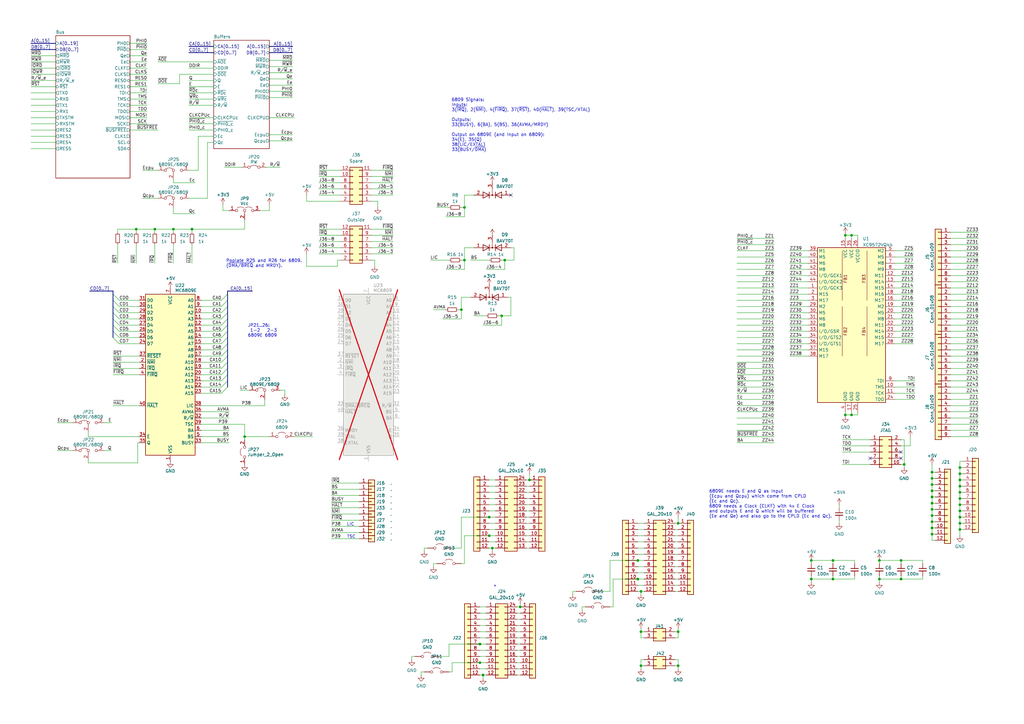
<source format=kicad_sch>
(kicad_sch (version 20231120) (generator "eeschema") (generator_version "8.0")
  (paper "A3")
  (title_block (title "Unicomp v3 - 6809 Board") (date "2023-06-29") (rev "v1") (company "100% Offner") (comment 1 "v1: Initial"))
  (junction (at 190.5 106.68))
  (junction (at 196.85 264.16))
  (junction (at 100.33 179.07))
  (junction (at 360.68 229.87))
  (junction (at 346.71 96.52))
  (junction (at 382.27 219.075))
  (junction (at 370.84 190.5))
  (junction (at 393.7 196.85))
  (junction (at 200.66 219.71))
  (junction (at 382.27 196.215))
  (junction (at 63.5 93.98))
  (junction (at 393.7 214.63))
  (junction (at 198.12 276.86))
  (junction (at 261.62 229.87))
  (junction (at 393.7 212.09))
  (junction (at 341.63 229.87))
  (junction (at 393.7 209.55))
  (junction (at 382.27 193.675))
  (junction (at 393.7 191.77))
  (junction (at 262.89 259.08))
  (junction (at 393.7 217.17))
  (junction (at 382.27 213.995))
  (junction (at 382.27 208.915))
  (junction (at 205.74 129.54))
  (junction (at 55.88 93.98))
  (junction (at 207.01 106.68))
  (junction (at 382.27 211.455))
  (junction (at 278.13 273.05))
  (junction (at 262.89 242.57))
  (junction (at 393.7 204.47))
  (junction (at 332.74 229.87))
  (junction (at 382.27 198.755))
  (junction (at 393.7 194.31))
  (junction (at 213.36 248.92))
  (junction (at 262.89 273.05))
  (junction (at 190.5 85.09))
  (junction (at 382.27 206.375))
  (junction (at 217.17 196.85))
  (junction (at 382.27 216.535))
  (junction (at 278.13 214.63))
  (junction (at 369.57 229.87))
  (junction (at 393.7 201.93))
  (junction (at 78.74 93.98))
  (junction (at 341.63 237.49))
  (junction (at 349.25 170.18))
  (junction (at 382.27 201.295))
  (junction (at 393.7 199.39))
  (junction (at 196.85 271.78))
  (junction (at 189.23 127))
  (junction (at 278.13 259.08))
  (junction (at 332.74 237.49))
  (junction (at 200.66 212.09))
  (junction (at 360.68 237.49))
  (junction (at 393.7 207.01))
  (junction (at 71.12 93.98))
  (junction (at 346.71 170.18))
  (junction (at 201.93 224.79))
  (junction (at 349.25 96.52))
  (junction (at 261.62 237.49))
  (junction (at 369.57 237.49))
  (junction (at 382.27 203.835))
  (no_connect (at 369.57 187.96))
  (no_connect (at 356.87 187.96))
  (no_connect (at 369.57 185.42))
  (no_connect (at 209.55 80.01))
  (bus_entry (at 93.345 123.19) (size -2.54 2.54))
  (bus_entry (at 93.345 151.13) (size -2.54 2.54))
  (bus_entry (at 46.355 128.27) (size 2.54 2.54))
  (bus_entry (at 93.345 130.81) (size -2.54 2.54))
  (bus_entry (at 46.355 123.19) (size 2.54 2.54))
  (bus_entry (at 93.345 146.05) (size -2.54 2.54))
  (bus_entry (at 46.355 120.65) (size 2.54 2.54))
  (bus_entry (at 93.345 156.21) (size -2.54 2.54))
  (bus_entry (at 93.345 128.27) (size -2.54 2.54))
  (bus_entry (at 93.345 153.67) (size -2.54 2.54))
  (bus_entry (at 46.355 138.43) (size 2.54 2.54))
  (bus_entry (at 93.345 143.51) (size -2.54 2.54))
  (bus_entry (at 93.345 120.65) (size -2.54 2.54))
  (bus_entry (at 93.345 138.43) (size -2.54 2.54))
  (bus_entry (at 46.355 130.81) (size 2.54 2.54))
  (bus_entry (at 46.355 135.89) (size 2.54 2.54))
  (bus_entry (at 93.345 125.73) (size -2.54 2.54))
  (bus_entry (at 93.345 133.35) (size -2.54 2.54))
  (bus_entry (at 46.355 133.35) (size 2.54 2.54))
  (bus_entry (at 93.345 148.59) (size -2.54 2.54))
  (bus_entry (at 93.345 140.97) (size -2.54 2.54))
  (bus_entry (at 93.345 135.89) (size -2.54 2.54))
  (bus_entry (at 46.355 125.73) (size 2.54 2.54))
  (bus_entry (at 93.345 158.75) (size -2.54 2.54))
  (bus (pts (xy 46.355 128.27) (xy 46.355 130.81)))
  (wire (pts (xy 393.7 207.01) (xy 394.97 207.01)))
  (wire (pts (xy 63.5 93.98) (xy 71.12 93.98)))
  (wire (pts (xy 393.7 209.55) (xy 394.97 209.55)))
  (wire (pts (xy 71.12 73.66) (xy 71.12 74.93)))
  (wire (pts (xy 154.94 82.55) (xy 154.94 85.09)))
  (wire (pts (xy 323.85 107.95) (xy 331.47 107.95)))
  (wire (pts (xy 382.27 201.295) (xy 382.27 203.835)))
  (wire (pts (xy 110.49 57.785) (xy 120.015 57.785)))
  (wire (pts (xy 341.63 229.87) (xy 341.63 231.14)))
  (wire (pts (xy 238.76 248.92) (xy 240.03 248.92)))
  (wire (pts (xy 82.55 179.07) (xy 93.98 179.07)))
  (wire (pts (xy 78.74 93.98) (xy 100.33 93.98)))
  (wire (pts (xy 389.89 113.03) (xy 401.32 113.03)))
  (wire (pts (xy 278.13 224.79) (xy 276.86 224.79)))
  (wire (pts (xy 262.89 273.05) (xy 262.89 274.32)))
  (wire (pts (xy 12.7 40.64) (xy 22.86 40.64)))
  (wire (pts (xy 367.03 140.97) (xy 374.65 140.97)))
  (wire (pts (xy 261.62 242.57) (xy 262.89 242.57)))
  (wire (pts (xy 46.355 151.13) (xy 57.15 151.13)))
  (bus (pts (xy 93.345 158.75) (xy 93.345 156.21)))
  (wire (pts (xy 393.7 212.09) (xy 393.7 214.63)))
  (wire (pts (xy 57.15 128.27) (xy 48.895 128.27)))
  (wire (pts (xy 389.89 130.81) (xy 401.32 130.81)))
  (wire (pts (xy 53.34 40.64) (xy 60.325 40.64)))
  (wire (pts (xy 57.15 140.97) (xy 48.895 140.97)))
  (wire (pts (xy 189.23 106.68) (xy 190.5 106.68)))
  (wire (pts (xy 262.89 259.08) (xy 264.16 259.08)))
  (wire (pts (xy 389.89 123.19) (xy 401.32 123.19)))
  (wire (pts (xy 46.355 146.05) (xy 57.15 146.05)))
  (wire (pts (xy 393.7 196.85) (xy 393.7 199.39)))
  (wire (pts (xy 152.4 72.39) (xy 161.29 72.39)))
  (wire (pts (xy 130.81 80.01) (xy 139.7 80.01)))
  (wire (pts (xy 196.85 269.24) (xy 199.39 269.24)))
  (wire (pts (xy 12.7 55.88) (xy 22.86 55.88)))
  (wire (pts (xy 213.36 264.16) (xy 212.09 264.16)))
  (bus (pts (xy 110.49 21.59) (xy 120.015 21.59)))
  (wire (pts (xy 130.81 96.52) (xy 139.7 96.52)))
  (wire (pts (xy 135.89 208.28) (xy 147.32 208.28)))
  (wire (pts (xy 389.89 100.33) (xy 401.32 100.33)))
  (wire (pts (xy 213.36 256.54) (xy 212.09 256.54)))
  (wire (pts (xy 278.13 219.71) (xy 276.86 219.71)))
  (wire (pts (xy 78.74 107.95) (xy 78.74 100.33)))
  (wire (pts (xy 42.545 184.785) (xy 45.72 184.785)))
  (bus (pts (xy 93.345 135.89) (xy 93.345 133.35)))
  (wire (pts (xy 261.62 229.87) (xy 264.16 229.87)))
  (wire (pts (xy 367.03 135.89) (xy 374.65 135.89)))
  (bus (pts (xy 46.355 133.35) (xy 46.355 135.89)))
  (wire (pts (xy 110.49 27.305) (xy 120.015 27.305)))
  (wire (pts (xy 323.85 143.51) (xy 331.47 143.51)))
  (wire (pts (xy 373.38 179.07) (xy 373.38 182.88)))
  (wire (pts (xy 82.55 176.53) (xy 93.98 176.53)))
  (wire (pts (xy 64.77 34.29) (xy 73.66 34.29)))
  (wire (pts (xy 168.91 269.24) (xy 170.18 269.24)))
  (wire (pts (xy 389.89 153.67) (xy 401.32 153.67)))
  (wire (pts (xy 382.27 219.075) (xy 383.54 219.075)))
  (wire (pts (xy 345.44 182.88) (xy 356.87 182.88)))
  (wire (pts (xy 77.47 69.85) (xy 81.28 69.85)))
  (wire (pts (xy 190.5 101.6) (xy 190.5 106.68)))
  (wire (pts (xy 190.5 88.9) (xy 190.5 85.09)))
  (wire (pts (xy 200.66 201.93) (xy 203.2 201.93)))
  (wire (pts (xy 100.33 179.07) (xy 110.49 179.07)))
  (wire (pts (xy 57.15 133.35) (xy 48.895 133.35)))
  (wire (pts (xy 262.89 270.51) (xy 262.89 273.05)))
  (wire (pts (xy 323.85 110.49) (xy 331.47 110.49)))
  (wire (pts (xy 53.34 33.02) (xy 60.325 33.02)))
  (wire (pts (xy 332.74 238.76) (xy 332.74 237.49)))
  (wire (pts (xy 173.99 224.79) (xy 175.26 224.79)))
  (wire (pts (xy 82.55 156.21) (xy 90.805 156.21)))
  (wire (pts (xy 125.73 80.01) (xy 125.73 82.55)))
  (bus (pts (xy 46.355 120.65) (xy 46.355 123.19)))
  (wire (pts (xy 302.26 166.37) (xy 317.5 166.37)))
  (wire (pts (xy 261.62 232.41) (xy 264.16 232.41)))
  (wire (pts (xy 302.26 100.33) (xy 317.5 100.33)))
  (wire (pts (xy 23.495 173.355) (xy 29.845 173.355)))
  (wire (pts (xy 278.13 237.49) (xy 276.86 237.49)))
  (wire (pts (xy 332.74 237.49) (xy 341.63 237.49)))
  (wire (pts (xy 213.36 248.92) (xy 212.09 248.92)))
  (wire (pts (xy 189.23 224.79) (xy 189.23 212.09)))
  (wire (pts (xy 302.26 120.65) (xy 317.5 120.65)))
  (wire (pts (xy 369.57 180.34) (xy 370.84 180.34)))
  (wire (pts (xy 198.12 133.35) (xy 205.74 133.35)))
  (wire (pts (xy 196.85 264.16) (xy 199.39 264.16)))
  (wire (pts (xy 190.5 110.49) (xy 190.5 106.68)))
  (wire (pts (xy 199.39 110.49) (xy 207.01 110.49)))
  (wire (pts (xy 389.89 110.49) (xy 401.32 110.49)))
  (wire (pts (xy 12.7 35.56) (xy 22.86 35.56)))
  (wire (pts (xy 147.32 220.98) (xy 135.89 220.98)))
  (wire (pts (xy 82.55 158.75) (xy 90.805 158.75)))
  (wire (pts (xy 302.26 102.87) (xy 317.5 102.87)))
  (wire (pts (xy 71.12 87.63) (xy 71.12 85.09)))
  (wire (pts (xy 64.77 25.4) (xy 87.63 25.4)))
  (wire (pts (xy 130.81 74.93) (xy 139.7 74.93)))
  (wire (pts (xy 262.89 257.81) (xy 262.89 259.08)))
  (bus (pts (xy 93.345 128.27) (xy 93.345 125.73)))
  (wire (pts (xy 91.44 83.82) (xy 91.44 86.36)))
  (wire (pts (xy 110.49 40.005) (xy 120.015 40.005)))
  (wire (pts (xy 278.13 259.08) (xy 276.86 259.08)))
  (wire (pts (xy 53.34 17.78) (xy 60.325 17.78)))
  (wire (pts (xy 217.17 204.47) (xy 215.9 204.47)))
  (wire (pts (xy 261.62 240.03) (xy 264.16 240.03)))
  (wire (pts (xy 369.57 237.49) (xy 378.46 237.49)))
  (wire (pts (xy 213.36 266.7) (xy 212.09 266.7)))
  (bus (pts (xy 93.345 138.43) (xy 93.345 135.89)))
  (wire (pts (xy 370.84 190.5) (xy 370.84 191.77)))
  (wire (pts (xy 152.4 101.6) (xy 161.29 101.6)))
  (wire (pts (xy 346.71 96.52) (xy 346.71 97.79)))
  (wire (pts (xy 278.13 273.05) (xy 278.13 274.32)))
  (wire (pts (xy 262.89 243.84) (xy 262.89 242.57)))
  (wire (pts (xy 172.72 276.86) (xy 172.72 275.59)))
  (bus (pts (xy 110.49 19.05) (xy 120.015 19.05)))
  (wire (pts (xy 394.97 189.23) (xy 393.7 189.23)))
  (wire (pts (xy 53.34 25.4) (xy 60.325 25.4)))
  (wire (pts (xy 278.13 261.62) (xy 276.86 261.62)))
  (wire (pts (xy 77.47 43.18) (xy 87.63 43.18)))
  (wire (pts (xy 367.03 113.03) (xy 374.65 113.03)))
  (wire (pts (xy 82.55 123.19) (xy 90.805 123.19)))
  (wire (pts (xy 110.49 24.765) (xy 120.015 24.765)))
  (wire (pts (xy 217.17 207.01) (xy 215.9 207.01)))
  (wire (pts (xy 261.62 222.25) (xy 264.16 222.25)))
  (wire (pts (xy 217.17 199.39) (xy 215.9 199.39)))
  (wire (pts (xy 57.15 138.43) (xy 48.895 138.43)))
  (wire (pts (xy 200.66 204.47) (xy 203.2 204.47)))
  (wire (pts (xy 81.28 55.88) (xy 87.63 55.88)))
  (wire (pts (xy 152.4 93.98) (xy 161.29 93.98)))
  (wire (pts (xy 349.25 96.52) (xy 349.25 97.79)))
  (wire (pts (xy 360.68 229.87) (xy 369.57 229.87)))
  (wire (pts (xy 389.89 173.99) (xy 401.32 173.99)))
  (wire (pts (xy 77.47 50.8) (xy 87.63 50.8)))
  (wire (pts (xy 217.17 217.17) (xy 215.9 217.17)))
  (wire (pts (xy 92.075 68.58) (xy 99.06 68.58)))
  (wire (pts (xy 77.47 38.1) (xy 87.63 38.1)))
  (wire (pts (xy 382.27 213.995) (xy 383.54 213.995)))
  (wire (pts (xy 205.74 129.54) (xy 204.47 129.54)))
  (wire (pts (xy 393.7 204.47) (xy 394.97 204.47)))
  (bus (pts (xy 93.345 119.38) (xy 103.505 119.38)))
  (wire (pts (xy 55.88 93.98) (xy 63.5 93.98)))
  (wire (pts (xy 302.26 97.79) (xy 317.5 97.79)))
  (wire (pts (xy 194.31 101.6) (xy 190.5 101.6)))
  (wire (pts (xy 261.62 217.17) (xy 264.16 217.17)))
  (wire (pts (xy 262.89 259.08) (xy 262.89 261.62)))
  (wire (pts (xy 346.71 95.885) (xy 346.71 96.52)))
  (wire (pts (xy 71.12 93.98) (xy 78.74 93.98)))
  (wire (pts (xy 217.17 214.63) (xy 215.9 214.63)))
  (wire (pts (xy 152.4 99.06) (xy 161.29 99.06)))
  (wire (pts (xy 393.7 217.17) (xy 394.97 217.17)))
  (wire (pts (xy 234.95 242.57) (xy 236.22 242.57)))
  (wire (pts (xy 53.34 48.26) (xy 60.325 48.26)))
  (wire (pts (xy 177.8 231.14) (xy 179.07 231.14)))
  (wire (pts (xy 382.27 206.375) (xy 382.27 208.915)))
  (wire (pts (xy 393.7 207.01) (xy 393.7 209.55)))
  (wire (pts (xy 323.85 130.81) (xy 331.47 130.81)))
  (wire (pts (xy 302.26 138.43) (xy 317.5 138.43)))
  (wire (pts (xy 85.09 58.42) (xy 85.09 81.28)))
  (bus (pts (xy 93.345 130.81) (xy 93.345 128.27)))
  (bus (pts (xy 12.7 20.32) (xy 22.86 20.32)))
  (wire (pts (xy 177.8 232.41) (xy 177.8 231.14)))
  (wire (pts (xy 250.19 229.87) (xy 261.62 229.87)))
  (wire (pts (xy 108.585 166.37) (xy 108.585 163.83)))
  (wire (pts (xy 278.13 234.95) (xy 276.86 234.95)))
  (wire (pts (xy 130.81 93.98) (xy 139.7 93.98)))
  (wire (pts (xy 278.13 222.25) (xy 276.86 222.25)))
  (wire (pts (xy 36.195 179.07) (xy 57.15 179.07)))
  (wire (pts (xy 23.495 184.785) (xy 29.845 184.785)))
  (wire (pts (xy 262.89 261.62) (xy 264.16 261.62)))
  (wire (pts (xy 125.73 104.14) (xy 125.73 109.22)))
  (wire (pts (xy 184.15 275.59) (xy 185.42 275.59)))
  (wire (pts (xy 393.7 201.93) (xy 394.97 201.93)))
  (wire (pts (xy 393.7 196.85) (xy 394.97 196.85)))
  (wire (pts (xy 389.89 135.89) (xy 401.32 135.89)))
  (wire (pts (xy 261.62 237.49) (xy 264.16 237.49)))
  (wire (pts (xy 57.15 125.73) (xy 48.895 125.73)))
  (wire (pts (xy 153.67 106.68) (xy 153.67 109.22)))
  (wire (pts (xy 261.62 227.33) (xy 264.16 227.33)))
  (wire (pts (xy 36.195 177.165) (xy 36.195 179.07)))
  (wire (pts (xy 360.68 229.87) (xy 360.68 231.14)))
  (wire (pts (xy 382.27 208.915) (xy 383.54 208.915)))
  (wire (pts (xy 177.8 127) (xy 182.88 127)))
  (wire (pts (xy 189.23 127) (xy 187.96 127)))
  (wire (pts (xy 302.26 179.07) (xy 317.5 179.07)))
  (bus (pts (xy 93.345 143.51) (xy 93.345 140.97)))
  (wire (pts (xy 125.73 82.55) (xy 139.7 82.55)))
  (wire (pts (xy 56.515 181.61) (xy 57.15 181.61)))
  (wire (pts (xy 367.03 125.73) (xy 374.65 125.73)))
  (wire (pts (xy 323.85 118.11) (xy 331.47 118.11)))
  (wire (pts (xy 346.71 96.52) (xy 349.25 96.52)))
  (wire (pts (xy 323.85 125.73) (xy 331.47 125.73)))
  (wire (pts (xy 393.7 214.63) (xy 393.7 217.17)))
  (wire (pts (xy 350.52 229.87) (xy 350.52 231.14)))
  (wire (pts (xy 12.7 22.86) (xy 22.86 22.86)))
  (wire (pts (xy 77.47 35.56) (xy 87.63 35.56)))
  (wire (pts (xy 207.01 106.68) (xy 210.82 106.68)))
  (wire (pts (xy 82.55 130.81) (xy 90.805 130.81)))
  (wire (pts (xy 302.26 128.27) (xy 317.5 128.27)))
  (wire (pts (xy 185.42 271.78) (xy 196.85 271.78)))
  (wire (pts (xy 302.26 105.41) (xy 317.5 105.41)))
  (wire (pts (xy 367.03 102.87) (xy 374.65 102.87)))
  (wire (pts (xy 323.85 138.43) (xy 331.47 138.43)))
  (wire (pts (xy 302.26 115.57) (xy 317.5 115.57)))
  (wire (pts (xy 341.63 237.49) (xy 341.63 236.22)))
  (wire (pts (xy 323.85 140.97) (xy 331.47 140.97)))
  (wire (pts (xy 135.89 205.74) (xy 147.32 205.74)))
  (wire (pts (xy 130.81 101.6) (xy 139.7 101.6)))
  (wire (pts (xy 12.7 38.1) (xy 22.86 38.1)))
  (wire (pts (xy 382.27 213.995) (xy 382.27 216.535)))
  (wire (pts (xy 393.7 204.47) (xy 393.7 207.01)))
  (wire (pts (xy 58.42 69.85) (xy 64.77 69.85)))
  (wire (pts (xy 393.7 189.23) (xy 393.7 191.77)))
  (wire (pts (xy 367.03 133.35) (xy 374.65 133.35)))
  (wire (pts (xy 323.85 102.87) (xy 331.47 102.87)))
  (wire (pts (xy 238.76 250.19) (xy 238.76 248.92)))
  (wire (pts (xy 200.66 209.55) (xy 203.2 209.55)))
  (wire (pts (xy 262.89 242.57) (xy 264.16 242.57)))
  (wire (pts (xy 57.15 135.89) (xy 48.895 135.89)))
  (wire (pts (xy 323.85 135.89) (xy 331.47 135.89)))
  (bus (pts (xy 93.345 153.67) (xy 93.345 151.13)))
  (wire (pts (xy 147.32 213.36) (xy 135.89 213.36)))
  (wire (pts (xy 182.88 88.9) (xy 190.5 88.9)))
  (wire (pts (xy 152.4 69.85) (xy 161.29 69.85)))
  (wire (pts (xy 351.79 170.18) (xy 351.79 168.91)))
  (wire (pts (xy 389.89 158.75) (xy 401.32 158.75)))
  (wire (pts (xy 125.73 109.22) (xy 138.43 109.22)))
  (wire (pts (xy 213.36 276.86) (xy 212.09 276.86)))
  (wire (pts (xy 341.63 229.87) (xy 350.52 229.87)))
  (wire (pts (xy 198.12 278.13) (xy 198.12 276.86)))
  (wire (pts (xy 369.57 237.49) (xy 369.57 236.22)))
  (wire (pts (xy 393.7 199.39) (xy 394.97 199.39)))
  (wire (pts (xy 250.19 248.92) (xy 251.46 248.92)))
  (wire (pts (xy 201.93 224.79) (xy 203.2 224.79)))
  (wire (pts (xy 82.55 128.27) (xy 90.805 128.27)))
  (wire (pts (xy 302.26 173.99) (xy 317.5 173.99)))
  (wire (pts (xy 46.355 148.59) (xy 57.15 148.59)))
  (bus (pts (xy 93.345 123.19) (xy 93.345 120.65)))
  (wire (pts (xy 53.34 22.86) (xy 60.325 22.86)))
  (wire (pts (xy 393.7 201.93) (xy 393.7 204.47)))
  (wire (pts (xy 205.74 106.68) (xy 207.01 106.68)))
  (wire (pts (xy 382.27 216.535) (xy 382.27 219.075)))
  (wire (pts (xy 152.4 74.93) (xy 161.29 74.93)))
  (wire (pts (xy 323.85 133.35) (xy 331.47 133.35)))
  (wire (pts (xy 349.25 170.18) (xy 351.79 170.18)))
  (wire (pts (xy 135.89 198.12) (xy 147.32 198.12)))
  (wire (pts (xy 182.88 110.49) (xy 190.5 110.49)))
  (wire (pts (xy 12.7 60.96) (xy 22.86 60.96)))
  (wire (pts (xy 389.89 176.53) (xy 401.32 176.53)))
  (wire (pts (xy 217.17 222.25) (xy 215.9 222.25)))
  (wire (pts (xy 42.545 173.355) (xy 45.72 173.355)))
  (wire (pts (xy 367.03 105.41) (xy 374.65 105.41)))
  (wire (pts (xy 360.68 237.49) (xy 360.68 236.22)))
  (wire (pts (xy 349.25 96.52) (xy 351.79 96.52)))
  (wire (pts (xy 190.5 80.01) (xy 190.5 85.09)))
  (bus (pts (xy 36.83 119.38) (xy 46.355 119.38)))
  (wire (pts (xy 205.74 133.35) (xy 205.74 129.54)))
  (wire (pts (xy 367.03 156.21) (xy 375.285 156.21)))
  (wire (pts (xy 200.66 214.63) (xy 203.2 214.63)))
  (wire (pts (xy 262.89 273.05) (xy 264.16 273.05)))
  (wire (pts (xy 302.26 156.21) (xy 317.5 156.21)))
  (wire (pts (xy 110.49 34.925) (xy 120.015 34.925)))
  (bus (pts (xy 12.7 17.78) (xy 22.86 17.78)))
  (wire (pts (xy 382.27 211.455) (xy 382.27 213.995)))
  (wire (pts (xy 302.26 107.95) (xy 317.5 107.95)))
  (wire (pts (xy 190.5 219.71) (xy 200.66 219.71)))
  (wire (pts (xy 278.13 257.81) (xy 278.13 259.08)))
  (wire (pts (xy 278.13 270.51) (xy 276.86 270.51)))
  (wire (pts (xy 393.7 209.55) (xy 393.7 212.09)))
  (wire (pts (xy 217.17 201.93) (xy 215.9 201.93)))
  (wire (pts (xy 251.46 237.49) (xy 261.62 237.49)))
  (wire (pts (xy 382.27 221.615) (xy 383.54 221.615)))
  (wire (pts (xy 302.26 146.05) (xy 317.5 146.05)))
  (wire (pts (xy 82.55 133.35) (xy 90.805 133.35)))
  (wire (pts (xy 349.25 170.18) (xy 349.25 168.91)))
  (wire (pts (xy 196.85 274.32) (xy 199.39 274.32)))
  (wire (pts (xy 389.89 151.13) (xy 401.32 151.13)))
  (wire (pts (xy 53.34 45.72) (xy 60.325 45.72)))
  (wire (pts (xy 184.15 269.24) (xy 184.15 264.16)))
  (wire (pts (xy 302.26 161.29) (xy 317.5 161.29)))
  (wire (pts (xy 389.89 125.73) (xy 401.32 125.73)))
  (wire (pts (xy 130.81 99.06) (xy 139.7 99.06)))
  (wire (pts (xy 302.26 125.73) (xy 317.5 125.73)))
  (wire (pts (xy 73.66 30.48) (xy 87.63 30.48)))
  (wire (pts (xy 57.15 123.19) (xy 48.895 123.19)))
  (wire (pts (xy 209.55 101.6) (xy 210.82 101.6)))
  (wire (pts (xy 382.27 198.755) (xy 382.27 201.295)))
  (wire (pts (xy 382.27 211.455) (xy 383.54 211.455)))
  (wire (pts (xy 53.34 30.48) (xy 60.325 30.48)))
  (wire (pts (xy 82.55 140.97) (xy 90.805 140.97)))
  (wire (pts (xy 200.66 199.39) (xy 203.2 199.39)))
  (wire (pts (xy 393.7 194.31) (xy 393.7 196.85)))
  (wire (pts (xy 82.55 143.51) (xy 90.805 143.51)))
  (wire (pts (xy 213.36 259.08) (xy 212.09 259.08)))
  (wire (pts (xy 130.81 69.85) (xy 139.7 69.85)))
  (wire (pts (xy 323.85 123.19) (xy 331.47 123.19)))
  (wire (pts (xy 389.89 140.97) (xy 401.32 140.97)))
  (wire (pts (xy 302.26 133.35) (xy 317.5 133.35)))
  (wire (pts (xy 217.17 219.71) (xy 215.9 219.71)))
  (wire (pts (xy 135.89 200.66) (xy 147.32 200.66)))
  (wire (pts (xy 77.47 53.34) (xy 87.63 53.34)))
  (wire (pts (xy 152.4 80.01) (xy 161.29 80.01)))
  (wire (pts (xy 389.89 161.29) (xy 401.32 161.29)))
  (wire (pts (xy 389.89 166.37) (xy 401.32 166.37)))
  (wire (pts (xy 196.85 251.46) (xy 199.39 251.46)))
  (wire (pts (xy 200.66 196.85) (xy 203.2 196.85)))
  (wire (pts (xy 323.85 113.03) (xy 331.47 113.03)))
  (wire (pts (xy 302.26 143.51) (xy 317.5 143.51)))
  (wire (pts (xy 213.36 271.78) (xy 212.09 271.78)))
  (wire (pts (xy 234.95 243.84) (xy 234.95 242.57)))
  (wire (pts (xy 82.55 148.59) (xy 90.805 148.59)))
  (wire (pts (xy 302.26 123.19) (xy 317.5 123.19)))
  (bus (pts (xy 46.355 130.81) (xy 46.355 133.35)))
  (bus (pts (xy 87.63 19.05) (xy 77.47 19.05)))
  (wire (pts (xy 12.7 58.42) (xy 22.86 58.42)))
  (wire (pts (xy 82.55 168.91) (xy 93.98 168.91)))
  (wire (pts (xy 278.13 242.57) (xy 276.86 242.57)))
  (wire (pts (xy 302.26 158.75) (xy 317.5 158.75)))
  (wire (pts (xy 382.27 196.215) (xy 382.27 198.755)))
  (wire (pts (xy 389.89 107.95) (xy 401.32 107.95)))
  (wire (pts (xy 367.03 107.95) (xy 374.65 107.95)))
  (wire (pts (xy 77.47 81.28) (xy 85.09 81.28)))
  (wire (pts (xy 53.34 38.1) (xy 60.325 38.1)))
  (wire (pts (xy 200.66 219.71) (xy 203.2 219.71)))
  (wire (pts (xy 367.03 115.57) (xy 374.65 115.57)))
  (wire (pts (xy 346.71 170.18) (xy 349.25 170.18)))
  (wire (pts (xy 196.85 261.62) (xy 199.39 261.62)))
  (bus (pts (xy 93.345 133.35) (xy 93.345 130.81)))
  (wire (pts (xy 302.26 113.03) (xy 317.5 113.03)))
  (wire (pts (xy 12.7 50.8) (xy 22.86 50.8)))
  (wire (pts (xy 130.81 72.39) (xy 139.7 72.39)))
  (wire (pts (xy 302.26 110.49) (xy 317.5 110.49)))
  (wire (pts (xy 389.89 163.83) (xy 401.32 163.83)))
  (wire (pts (xy 389.89 168.91) (xy 401.32 168.91)))
  (wire (pts (xy 217.17 224.79) (xy 215.9 224.79)))
  (wire (pts (xy 346.71 168.91) (xy 346.71 170.18)))
  (wire (pts (xy 382.27 196.215) (xy 383.54 196.215)))
  (wire (pts (xy 382.27 208.915) (xy 382.27 211.455)))
  (bus (pts (xy 93.345 140.97) (xy 93.345 138.43)))
  (wire (pts (xy 389.89 171.45) (xy 401.32 171.45)))
  (wire (pts (xy 344.17 207.01) (xy 344.17 208.28)))
  (bus (pts (xy 93.345 125.73) (xy 93.345 123.19)))
  (wire (pts (xy 393.7 214.63) (xy 394.97 214.63)))
  (wire (pts (xy 48.26 95.25) (xy 48.26 93.98)))
  (wire (pts (xy 369.57 190.5) (xy 370.84 190.5)))
  (wire (pts (xy 193.04 121.92) (xy 189.23 121.92)))
  (wire (pts (xy 53.34 50.8) (xy 60.325 50.8)))
  (wire (pts (xy 389.89 95.25) (xy 401.32 95.25)))
  (wire (pts (xy 100.33 173.99) (xy 100.33 179.07)))
  (wire (pts (xy 278.13 212.09) (xy 278.13 214.63)))
  (wire (pts (xy 261.62 219.71) (xy 264.16 219.71)))
  (wire (pts (xy 63.5 107.95) (xy 63.5 100.33)))
  (wire (pts (xy 207.01 110.49) (xy 207.01 106.68)))
  (bus (pts (xy 46.355 135.89) (xy 46.355 138.43)))
  (wire (pts (xy 278.13 259.08) (xy 278.13 261.62)))
  (wire (pts (xy 77.47 48.26) (xy 87.63 48.26)))
  (wire (pts (xy 373.38 182.88) (xy 369.57 182.88)))
  (wire (pts (xy 345.44 180.34) (xy 356.87 180.34)))
  (wire (pts (xy 93.98 86.36) (xy 91.44 86.36)))
  (wire (pts (xy 389.89 133.35) (xy 401.32 133.35)))
  (wire (pts (xy 110.49 83.82) (xy 110.49 86.36)))
  (wire (pts (xy 130.81 77.47) (xy 139.7 77.47)))
  (wire (pts (xy 77.47 40.64) (xy 87.63 40.64)))
  (wire (pts (xy 180.34 269.24) (xy 184.15 269.24)))
  (wire (pts (xy 389.89 118.11) (xy 401.32 118.11)))
  (wire (pts (xy 152.4 77.47) (xy 161.29 77.47)))
  (wire (pts (xy 130.81 104.14) (xy 139.7 104.14)))
  (wire (pts (xy 389.89 148.59) (xy 401.32 148.59)))
  (wire (pts (xy 53.34 53.34) (xy 64.77 53.34)))
  (wire (pts (xy 200.66 207.01) (xy 203.2 207.01)))
  (bus (pts (xy 46.355 119.38) (xy 46.355 120.65)))
  (bus (pts (xy 93.345 146.05) (xy 93.345 143.51)))
  (wire (pts (xy 389.89 143.51) (xy 401.32 143.51)))
  (wire (pts (xy 82.55 161.29) (xy 90.805 161.29)))
  (wire (pts (xy 152.4 106.68) (xy 153.67 106.68)))
  (wire (pts (xy 382.27 219.075) (xy 382.27 221.615)))
  (wire (pts (xy 82.55 138.43) (xy 90.805 138.43)))
  (wire (pts (xy 341.63 237.49) (xy 350.52 237.49)))
  (wire (pts (xy 261.62 214.63) (xy 264.16 214.63)))
  (wire (pts (xy 278.13 232.41) (xy 276.86 232.41)))
  (wire (pts (xy 58.42 81.28) (xy 64.77 81.28)))
  (wire (pts (xy 196.85 266.7) (xy 199.39 266.7)))
  (wire (pts (xy 53.34 35.56) (xy 60.325 35.56)))
  (wire (pts (xy 382.27 203.835) (xy 382.27 206.375)))
  (wire (pts (xy 393.7 191.77) (xy 393.7 194.31)))
  (wire (pts (xy 383.54 193.675) (xy 382.27 193.675)))
  (wire (pts (xy 48.26 107.95) (xy 48.26 100.33)))
  (wire (pts (xy 196.85 271.78) (xy 199.39 271.78)))
  (wire (pts (xy 351.79 96.52) (xy 351.79 97.79)))
  (wire (pts (xy 200.66 212.09) (xy 203.2 212.09)))
  (wire (pts (xy 393.7 194.31) (xy 394.97 194.31)))
  (wire (pts (xy 367.03 120.65) (xy 374.65 120.65)))
  (wire (pts (xy 12.7 53.34) (xy 22.86 53.34)))
  (wire (pts (xy 85.09 58.42) (xy 87.63 58.42)))
  (wire (pts (xy 110.49 55.245) (xy 120.015 55.245)))
  (wire (pts (xy 344.17 213.36) (xy 344.17 214.63)))
  (wire (pts (xy 55.88 107.95) (xy 55.88 100.33)))
  (wire (pts (xy 201.93 226.06) (xy 201.93 224.79)))
  (wire (pts (xy 382.27 201.295) (xy 383.54 201.295)))
  (wire (pts (xy 200.66 222.25) (xy 203.2 222.25)))
  (wire (pts (xy 367.03 123.19) (xy 374.65 123.19)))
  (wire (pts (xy 332.74 237.49) (xy 332.74 236.22)))
  (wire (pts (xy 382.27 193.675) (xy 382.27 196.215)))
  (wire (pts (xy 196.85 248.92) (xy 199.39 248.92)))
  (wire (pts (xy 82.55 151.13) (xy 90.805 151.13)))
  (wire (pts (xy 261.62 224.79) (xy 264.16 224.79)))
  (wire (pts (xy 82.55 171.45) (xy 93.98 171.45)))
  (wire (pts (xy 12.7 33.02) (xy 22.86 33.02)))
  (wire (pts (xy 332.74 229.87) (xy 332.74 231.14)))
  (wire (pts (xy 194.31 80.01) (xy 190.5 80.01)))
  (wire (pts (xy 110.49 29.845) (xy 120.015 29.845)))
  (wire (pts (xy 278.13 273.05) (xy 276.86 273.05)))
  (wire (pts (xy 71.12 93.98) (xy 71.12 95.25)))
  (wire (pts (xy 189.23 121.92) (xy 189.23 127)))
  (wire (pts (xy 71.12 107.95) (xy 71.12 100.33)))
  (wire (pts (xy 12.7 45.72) (xy 22.86 45.72)))
  (wire (pts (xy 152.4 82.55) (xy 154.94 82.55)))
  (wire (pts (xy 278.13 270.51) (xy 278.13 273.05)))
  (wire (pts (xy 389.89 138.43) (xy 401.32 138.43)))
  (bus (pts (xy 87.63 21.59) (xy 77.47 21.59)))
  (wire (pts (xy 367.03 128.27) (xy 374.65 128.27)))
  (wire (pts (xy 382.27 216.535) (xy 383.54 216.535)))
  (wire (pts (xy 81.28 69.85) (xy 81.28 55.88)))
  (wire (pts (xy 345.44 190.5) (xy 356.87 190.5)))
  (wire (pts (xy 262.89 270.51) (xy 264.16 270.51)))
  (wire (pts (xy 196.85 259.08) (xy 199.39 259.08)))
  (wire (pts (xy 302.26 163.83) (xy 317.5 163.83)))
  (wire (pts (xy 46.355 153.67) (xy 57.15 153.67)))
  (wire (pts (xy 80.01 87.63) (xy 71.12 87.63)))
  (wire (pts (xy 302.26 130.81) (xy 317.5 130.81)))
  (wire (pts (xy 346.71 170.18) (xy 346.71 170.815)))
  (wire (pts (xy 185.42 224.79) (xy 189.23 224.79)))
  (bus (pts (xy 93.345 120.65) (xy 93.345 119.38)))
  (wire (pts (xy 185.42 275.59) (xy 185.42 271.78)))
  (wire (pts (xy 278.13 214.63) (xy 276.86 214.63)))
  (wire (pts (xy 82.55 166.37) (xy 108.585 166.37)))
  (wire (pts (xy 213.36 247.65) (xy 213.36 248.92)))
  (wire (pts (xy 194.31 129.54) (xy 199.39 129.54)))
  (wire (pts (xy 389.89 146.05) (xy 401.32 146.05)))
  (wire (pts (xy 261.62 234.95) (xy 264.16 234.95)))
  (wire (pts (xy 302.26 153.67) (xy 317.5 153.67)))
  (wire (pts (xy 147.32 210.82) (xy 135.89 210.82)))
  (wire (pts (xy 110.49 86.36) (xy 106.68 86.36)))
  (wire (pts (xy 152.4 96.52) (xy 161.29 96.52)))
  (wire (pts (xy 213.36 269.24) (xy 212.09 269.24)))
  (wire (pts (xy 367.03 110.49) (xy 374.65 110.49)))
  (wire (pts (xy 250.19 242.57) (xy 250.19 229.87)))
  (wire (pts (xy 389.89 105.41) (xy 401.32 105.41)))
  (wire (pts (xy 56.515 189.865) (xy 56.515 181.61)))
  (wire (pts (xy 77.47 27.94) (xy 87.63 27.94)))
  (wire (pts (xy 246.38 242.57) (xy 250.19 242.57)))
  (wire (pts (xy 378.46 237.49) (xy 378.46 236.22)))
  (wire (pts (xy 389.89 115.57) (xy 401.32 115.57)))
  (wire (pts (xy 193.04 106.68) (xy 200.66 106.68)))
  (wire (pts (xy 55.88 93.98) (xy 55.88 95.25)))
  (wire (pts (xy 360.68 237.49) (xy 369.57 237.49)))
  (wire (pts (xy 209.55 129.54) (xy 209.55 121.92)))
  (bus (pts (xy 93.345 148.59) (xy 93.345 146.05)))
  (wire (pts (xy 181.61 130.81) (xy 189.23 130.81)))
  (bus (pts (xy 93.345 151.13) (xy 93.345 148.59)))
  (wire (pts (xy 100.33 179.07) (xy 100.33 180.34)))
  (wire (pts (xy 302.26 151.13) (xy 317.5 151.13)))
  (wire (pts (xy 302.26 181.61) (xy 317.5 181.61)))
  (wire (pts (xy 278.13 240.03) (xy 276.86 240.03)))
  (wire (pts (xy 323.85 105.41) (xy 331.47 105.41)))
  (wire (pts (xy 382.27 206.375) (xy 383.54 206.375)))
  (wire (pts (xy 369.57 229.87) (xy 369.57 231.14)))
  (wire (pts (xy 71.12 74.93) (xy 80.01 74.93)))
  (wire (pts (xy 138.43 106.68) (xy 138.43 109.22)))
  (wire (pts (xy 190.5 231.14) (xy 190.5 219.71)))
  (wire (pts (xy 152.4 104.14) (xy 161.29 104.14)))
  (wire (pts (xy 114.935 160.02) (xy 116.84 160.02)))
  (wire (pts (xy 302.26 135.89) (xy 317.5 135.89)))
  (wire (pts (xy 196.85 276.86) (xy 198.12 276.86)))
  (wire (pts (xy 12.7 43.18) (xy 22.86 43.18)))
  (wire (pts (xy 36.195 189.865) (xy 56.515 189.865)))
  (wire (pts (xy 382.27 190.5) (xy 382.27 193.675)))
  (wire (pts (xy 367.03 163.83) (xy 375.285 163.83)))
  (wire (pts (xy 98.425 160.02) (xy 102.235 160.02)))
  (wire (pts (xy 110.49 37.465) (xy 120.015 37.465)))
  (wire (pts (xy 389.89 120.65) (xy 401.32 120.65)))
  (wire (pts (xy 213.36 261.62) (xy 212.09 261.62)))
  (wire (pts (xy 48.26 93.98) (xy 55.88 93.98)))
  (wire (pts (xy 172.72 275.59) (xy 173.99 275.59)))
  (wire (pts (xy 176.53 106.68) (xy 184.15 106.68)))
  (wire (pts (xy 189.23 212.09) (xy 200.66 212.09)))
  (wire (pts (xy 323.85 146.05) (xy 331.47 146.05)))
  (wire (pts (xy 278.13 217.17) (xy 276.86 217.17)))
  (wire (pts (xy 138.43 106.68) (xy 139.7 106.68)))
  (wire (pts (xy 53.34 20.32) (xy 60.325 20.32)))
  (wire (pts (xy 393.7 191.77) (xy 394.97 191.77)))
  (wire (pts (xy 345.44 185.42) (xy 356.87 185.42)))
  (wire (pts (xy 82.55 173.99) (xy 100.33 173.99)))
  (wire (pts (xy 217.17 194.31) (xy 217.17 196.85)))
  (wire (pts (xy 189.23 231.14) (xy 190.5 231.14)))
  (wire (pts (xy 82.55 146.05) (xy 90.805 146.05)))
  (wire (pts (xy 135.89 203.2) (xy 147.32 203.2)))
  (wire (pts (xy 82.55 125.73) (xy 90.805 125.73)))
  (wire (pts (xy 367.03 138.43) (xy 374.65 138.43)))
  (wire (pts (xy 110.49 32.385) (xy 120.015 32.385)))
  (wire (pts (xy 116.84 160.02) (xy 116.84 161.925)))
  (wire (pts (xy 135.89 215.9) (xy 147.32 215.9)))
  (wire (pts (xy 382.27 198.755) (xy 383.54 198.755)))
  (wire (pts (xy 302.26 140.97) (xy 317.5 140.97)))
  (wire (pts (xy 12.7 25.4) (xy 22.86 25.4)))
  (wire (pts (xy 367.03 130.81) (xy 374.65 130.81)))
  (wire (pts (xy 173.99 226.06) (xy 173.99 224.79)))
  (wire (pts (xy 217.17 196.85) (xy 215.9 196.85)))
  (wire (pts (xy 278.13 227.33) (xy 276.86 227.33)))
  (wire (pts (xy 302.26 148.59) (xy 317.5 148.59)))
  (wire (pts (xy 63.5 93.98) (xy 63.5 95.25)))
  (wire (pts (xy 179.07 85.09) (xy 184.15 85.09)))
  (wire (pts (xy 36.195 188.595) (xy 36.195 189.865)))
  (wire (pts (xy 389.89 128.27) (xy 401.32 128.27)))
  (wire (pts (xy 110.49 48.26) (xy 120.65 48.26)))
  (wire (pts (xy 12.7 27.94) (xy 22.86 27.94)))
  (wire (pts (xy 200.66 224.79) (xy 201.93 224.79)))
  (wire (pts (xy 205.74 129.54) (xy 209.55 129.54)))
  (wire (pts (xy 323.85 128.27) (xy 331.47 128.27)))
  (wire (pts (xy 53.34 43.18) (xy 60.325 43.18)))
  (wire (pts (xy 367.03 118.11) (xy 374.65 118.11)))
  (wire (pts (xy 53.34 27.94) (xy 60.325 27.94)))
  (wire (pts (xy 210.82 106.68) (xy 210.82 101.6)))
  (wire (pts (xy 302.26 168.91) (xy 317.5 168.91)))
  (wire (pts (xy 217.17 209.55) (xy 215.9 209.55)))
  (wire (pts (xy 323.85 120.65) (xy 331.47 120.65)))
  (wire (pts (xy 302.26 118.11) (xy 317.5 118.11)))
  (wire (pts (xy 109.22 68.58) (xy 114.935 68.58)))
  (wire (pts (xy 360.68 237.49) (xy 360.68 238.76)))
  (wire (pts (xy 168.91 270.51) (xy 168.91 269.24)))
  (wire (pts (xy 73.66 34.29) (xy 73.66 30.48)))
  (wire (pts (xy 378.46 229.87) (xy 378.46 231.14)))
  (wire (pts (xy 332.74 229.87) (xy 341.63 229.87)))
  (wire (pts (xy 369.57 229.87) (xy 378.46 229.87)))
  (bus (pts (xy 46.355 123.19) (xy 46.355 125.73)))
  (wire (pts (xy 389.89 97.79) (xy 401.32 97.79)))
  (bus (pts (xy 93.345 156.21) (xy 93.345 153.67)))
  (wire (pts (xy 196.85 256.54) (xy 199.39 256.54)))
  (wire (pts (xy 367.03 158.75) (xy 375.285 158.75)))
  (wire (pts (xy 213.36 274.32) (xy 212.09 274.32)))
  (wire (pts (xy 217.17 212.09) (xy 215.9 212.09)))
  (wire (pts (xy 389.89 156.21) (xy 401.32 156.21)))
  (wire (pts (xy 302.26 171.45) (xy 317.5 171.45)))
  (wire (pts (xy 323.85 115.57) (xy 331.47 115.57)))
  (wire (pts (xy 198.12 276.86) (xy 199.39 276.86)))
  (wire (pts (xy 389.89 102.87) (xy 401.32 102.87)))
  (wire (pts (xy 190.5 85.09) (xy 189.23 85.09)))
  (wire (pts (xy 367.03 161.29) (xy 375.285 161.29)))
  (wire (pts (xy 393.7 212.09) (xy 394.97 212.09)))
  (wire (pts (xy 46.355 166.37) (xy 57.15 166.37)))
  (wire (pts (xy 57.15 130.81) (xy 48.895 130.81)))
  (wire (pts (xy 302.26 176.53) (xy 317.5 176.53)))
  (wire (pts (xy 82.55 181.61) (xy 93.98 181.61)))
  (wire (pts (xy 278.13 229.87) (xy 276.86 229.87)))
  (wire (pts (xy 12.7 48.26) (xy 22.86 48.26)))
  (wire (pts (xy 370.84 180.34) (xy 370.84 190.5)))
  (wire (pts (xy 393.7 199.39) (xy 393.7 201.93)))
  (wire (pts (xy 251.46 248.92) (xy 251.46 237.49)))
  (wire (pts (xy 189.23 130.81) (xy 189.23 127)))
  (wire (pts (xy 213.36 251.46) (xy 212.09 251.46)))
  (wire (pts (xy 82.55 135.89) (xy 90.805 135.89)))
  (wire (pts (xy 120.65 179.07) (xy 128.27 179.07)))
  (wire (pts (xy 147.32 218.44) (xy 135.89 218.44)))
  (wire (pts (xy 393.7 217.17) (xy 393.7 219.71)))
  (wire (pts (xy 213.36 254) (xy 212.09 254)))
  (wire (pts (xy 77.47 33.02) (xy 87.63 33.02)))
  (bus (pts (xy 46.355 125.73) (xy 46.355 128.27)))
  (wire (pts (xy 82.55 153.67) (xy 90.805 153.67)))
  (wire (pts (xy 196.85 254) (xy 199.39 254)))
  (wire (pts (xy 12.7 30.48) (xy 22.86 30.48)))
  (wire (pts (xy 100.33 90.17) (xy 100.33 93.98)))
  (wire (pts (xy 208.28 121.92) (xy 209.55 121.92)))
  (wire (pts (xy 382.27 203.835) (xy 383.54 203.835)))
  (wire (pts (xy 184.15 264.16) (xy 196.85 264.16)))
  (wire (pts (xy 200.66 217.17) (xy 203.2 217.17)))
  (wire (pts (xy 389.89 179.07) (xy 401.32 179.07)))
  (wire (pts (xy 350.52 236.22) (xy 350.52 237.49)))
  (wire (pts (xy 78.74 93.98) (xy 78.74 95.25)))
  (text "Poplate R25 and R26 for 6809.\n(~{DMA/BREQ} and MRDY)." (at 92.71 109.855 0) (effects (font (size 1.27 1.27)) (justify left bottom)))
  (text "6809 Signals:\nInputs:\n3(~{IRQ}), 2(~{NMI}), 4(~{FIRQ}), 37(~{RST}), 40(~{HALT}), 39(TSC/XTAL)\n\nOutputs:\n33(BUSY), 6(BA), 5(BS), 36(AVMA/MRDY)\n\nOutput on 6809E (and Input on 6809):\n34(E), 35(Q)\n38(LIC/EXTAL)\n33(BUSY/~{DMA})" (at 185.166 51.308 0) (effects (font (size 1.27 1.27)) (justify left)))
  (text "LIC" (at 142.24 215.9 0) (effects (font (size 1.27 1.27)) (justify left bottom)))
  (text "6809E needs E and Q as Input\n(Ecpu and Qcpu) which come from CPLD\n(Ec and Qc).\n6809 needs a Clock (CLKF) with 4x E Clock\nand outputs E and Q which will be buffered\n(Ee and Qe) and also go to the CPLD (Ec and Qc)." (at 290.83 212.598 0) (effects (font (size 1.27 1.27)) (justify left bottom)))
  (text "*" (at 202.438 241.554 0) (effects (font (size 1.27 1.27)) (justify left bottom)))
  (text "TSC" (at 142.24 220.98 0) (effects (font (size 1.27 1.27)) (justify left bottom)))
  (text "JP21..26:\n 1-2   2-3\n6809E 6809" (at 101.6 138.43 0) (effects (font (size 1.27 1.27)) (justify left bottom)))
  (label "J36-4" (at 130.81 80.01 0))
  (label "CD3" (at 48.895 130.81 0))
  (label "~{RST}" (at 130.81 93.98 0))
  (label "CA7" (at 90.805 140.97 180))
  (label "ZZ2" (at 317.5 100.33 180))
  (label "~{IOWR}" (at 12.7 30.48 0))
  (label "ZZ8" (at 401.32 179.07 180))
  (label "~{PHI0}" (at 120.015 40.005 180))
  (label "BA" (at 302.26 181.61 0))
  (label "ZZ42" (at 323.85 110.49 0))
  (label "LIC" (at 176.53 106.68 0))
  (label "BA" (at 194.31 129.54 0))
  (label "J36-8" (at 182.88 88.9 0))
  (label "Qcpu" (at 58.42 81.28 0))
  (label "CA14" (at 90.805 158.75 180))
  (label "CA11" (at 90.805 151.13 180))
  (label "~{HALT}" (at 161.29 74.93 180))
  (label "E" (at 77.47 35.56 0))
  (label "ZZ19" (at 374.65 125.73 180))
  (label "~{IRQ}" (at 135.89 198.12 0))
  (label "BS" (at 93.98 179.07 180))
  (label "~{NMI}" (at 135.89 210.82 0))
  (label "ZZ44" (at 323.85 115.57 0))
  (label "~{BUSFREE}" (at 302.26 179.07 0))
  (label "ZZ6" (at 317.5 107.95 180))
  (label "Ee" (at 60.325 25.4 180))
  (label "ZZ41" (at 401.32 153.67 180))
  (label "TCK" (at 375.285 161.29 180))
  (label "J36-5" (at 181.61 130.81 0))
  (label "~{FIRQ}" (at 161.29 69.85 180))
  (label "ZZ12" (at 317.5 115.57 180))
  (label "ZZ31" (at 317.5 151.13 180))
  (label "ZZ22" (at 374.65 133.35 180))
  (label "ZZ29" (at 317.5 146.05 180))
  (label "~{MWR}" (at 120.015 27.305 180))
  (label "~{FIRQ}" (at 46.355 153.67 0))
  (label "ZZ44" (at 401.32 161.29 180))
  (label "Ecpu" (at 120.015 55.245 180))
  (label "BA" (at 93.98 176.53 180))
  (label "ZZ38" (at 317.5 166.37 180))
  (label "ZZ12" (at 374.65 113.03 180))
  (label "ZZ1" (at 317.5 97.79 180))
  (label "Qcpu" (at 23.495 184.785 0))
  (label "CLKCPUc" (at 302.26 168.91 0))
  (label "ZZ34" (at 323.85 138.43 0))
  (label "ZZ27" (at 401.32 110.49 180))
  (label "ZZ32" (at 317.5 153.67 180))
  (label "ZZ43" (at 323.85 113.03 0))
  (label "ZZ20" (at 374.65 128.27 180))
  (label "ZZ44" (at 317.5 181.61 180))
  (label "CA5" (at 90.805 135.89 180))
  (label "ZZ30" (at 401.32 102.87 180))
  (label "ZZ22" (at 317.5 135.89 180))
  (label "~{HALT}" (at 135.89 208.28 0))
  (label "CLKS" (at 60.325 30.48 180))
  (label "Ec" (at 302.26 163.83 0))
  (label "ZZ39" (at 317.5 168.91 180))
  (label "~{IRQ}" (at 130.81 96.52 0))
  (label "DB[0..7]" (at 12.7 20.32 0))
  (label "SCK" (at 60.325 50.8 180))
  (label "~{RST}" (at 48.26 107.95 90))
  (label "ZZ21" (at 401.32 135.89 180))
  (label "TDO" (at 375.285 163.83 180))
  (label "CA3" (at 90.805 130.81 180))
  (label "R{slash}~{W}" (at 77.47 43.18 0))
  (label "J36-6" (at 130.81 77.47 0))
  (label "PHI0_c" (at 77.47 53.34 0))
  (label "J36-4" (at 130.81 104.14 0))
  (label "ZZ6" (at 401.32 173.99 180))
  (label "P38" (at 135.89 215.9 0))
  (label "~{IRQ}" (at 63.5 107.95 90))
  (label "ZZ3" (at 323.85 123.19 0))
  (label "R{slash}~{W}_e" (at 120.015 29.845 180))
  (label "CA10" (at 90.805 148.59 180))
  (label "ZZ18" (at 317.5 125.73 180))
  (label "CD6" (at 48.895 138.43 0))
  (label "Q" (at 77.47 33.02 0))
  (label "BS" (at 135.89 200.66 0))
  (label "DDIR" (at 77.47 27.94 0))
  (label "~{FIRQ}" (at 135.89 213.36 0))
  (label "TDI" (at 60.325 38.1 180))
  (label "~{PHI0_c}" (at 302.26 100.33 0))
  (label "~{IRQ}" (at 46.355 151.13 0))
  (label "TDO" (at 345.44 182.88 0))
  (label "~{RST}" (at 12.7 35.56 0))
  (label "CA4" (at 90.805 133.35 180))
  (label "ZZ34" (at 317.5 158.75 180))
  (label "ZZ32" (at 323.85 133.35 0))
  (label "ZZ12" (at 401.32 118.11 180))
  (label "R{slash}~{W}_e" (at 12.7 33.02 0))
  (label "CLKCPUc" (at 77.47 48.26 0))
  (label "CLKF" (at 60.325 27.94 180))
  (label "CA15" (at 90.805 161.29 180))
  (label "~{RST}" (at 130.81 69.85 0))
  (label "~{BUSFREE}" (at 64.77 53.34 180))
  (label "CA[0..15]" (at 103.505 119.38 180))
  (label "ZZ13" (at 317.5 118.11 180))
  (label "ZZ29" (at 323.85 125.73 0))
  (label "ZZ23" (at 317.5 138.43 180))
  (label "TCK" (at 345.44 180.34 0))
  (label "ZZ34" (at 401.32 138.43 180))
  (label "CLKCPU" (at 128.27 179.07 180))
  (label "J36-8" (at 130.81 74.93 0))
  (label "~{IORD}" (at 12.7 27.94 0))
  (label "CA9" (at 90.805 146.05 180))
  (label "ZZ5" (at 317.5 105.41 180))
  (label "ZZ1" (at 323.85 118.11 0))
  (label "ZZ7" (at 317.5 110.49 180))
  (label "~{MRD}" (at 120.015 24.765 180))
  (label "TMS" (at 345.44 185.42 0))
  (label "ZZ3" (at 317.5 102.87 180))
  (label "TDI" (at 345.44 190.5 0))
  (label "ZZ8" (at 374.65 110.49 180))
  (label "CD4" (at 48.895 133.35 0))
  (label "RES1" (at 60.325 35.56 180))
  (label "ZZ37" (at 317.5 163.83 180))
  (label "ZZ42" (at 317.5 176.53 180))
  (label "CA2" (at 90.805 128.27 180))
  (label "ZZ3" (at 401.32 168.91 180))
  (label "DDIR" (at 92.075 68.58 0))
  (label "Qcpu" (at 120.015 57.785 180))
  (label "ZZ39" (at 323.85 102.87 0))
  (label "TDO" (at 60.325 45.72 180))
  (label "AVMA" (at 177.8 127 0))
  (label "ZZ27" (at 317.5 140.97 180))
  (label "MOSI" (at 60.325 48.26 180))
  (label "ZZ22" (at 401.32 115.57 180))
  (label "ZZ27" (at 374.65 138.43 180))
  (label "AVMA" (at 93.98 168.91 180))
  (label "~{RD}c" (at 77.47 38.1 0))
  (label "CA[0..15]" (at 77.47 19.05 0))
  (label "ZZ2" (at 323.85 120.65 0))
  (label "ZZ42" (at 401.32 156.21 180))
  (label "ZZ8" (at 317.5 113.03 180))
  (label "Ecpu" (at 58.42 69.85 0))
  (label "RES0" (at 60.325 33.02 180))
  (label "ZZ36" (at 323.85 140.97 0))
  (label "ZZ7" (at 401.32 176.53 180))
  (label "CA1" (at 90.805 125.73 180))
  (label "ZZ19" (at 401.32 130.81 180))
  (label "CD5" (at 48.895 135.89 0))
  (label "ZZ43" (at 317.5 179.07 180))
  (label "Q" (at 45.72 184.785 180))
  (label "BS" (at 193.04 106.68 0))
  (label "J36-5" (at 161.29 77.47 180))
  (label "PHI0" (at 120.015 37.465 180))
  (label "ZZ5" (at 374.65 102.87 180))
  (label "CD7" (at 48.895 140.97 0))
  (label "ZZ2" (at 401.32 166.37 180))
  (label "~{DOE}" (at 64.77 34.29 0))
  (label "CD[0..7]" (at 77.47 21.59 0))
  (label "~{AOE}" (at 302.26 153.67 0))
  (label "ZZ38" (at 323.85 146.05 0))
  (label "PHI0" (at 60.325 17.78 180))
  (label "TMS" (at 60.325 40.64 180))
  (label "CA0" (at 90.805 123.19 180))
  (label "CA8" (at 90.805 143.51 180))
  (label "Ee" (at 120.015 34.925 180))
  (label "ZZ19" (at 317.5 128.27 180))
  (label "ZZ33" (at 323.85 135.89 0))
  (label "~{MWR}" (at 12.7 25.4 0))
  (label "ZZ41" (at 323.85 107.95 0))
  (label "ZZ30" (at 317.5 148.59 180))
  (label "J36-6" (at 130.81 101.6 0))
  (label "~{HALT}" (at 161.29 99.06 180))
  (label "~{DOE}" (at 302.26 151.13 0))
  (label "CLKF" (at 302.26 102.87 0))
  (label "ZZ13" (at 374.65 115.57 180))
  (label "TDI" (at 375.285 156.21 180))
  (label "CD1" (at 48.895 125.73 0))
  (label "ZZ14" (at 401.32 123.19 180))
  (label "J36-3" (at 161.29 104.14 180))
  (label "ZZ37" (at 323.85 143.51 0))
  (label "PHI0_c" (at 302.26 97.79 0))
  (label "CD[0..7]" (at 36.83 119.38 0))
  (label "P39" (at 135.89 220.98 0))
  (label "ZZ16" (at 317.5 123.19 180))
  (label "ZZ41" (at 317.5 173.99 180))
  (label "ZZ38" (at 401.32 146.05 180))
  (label "ZZ23" (at 374.65 135.89 180))
  (label "ZZ14" (at 374.65 118.11 180))
  (label "CLKCPU" (at 120.65 48.26 180))
  (label "Ec" (at 80.01 74.93 180))
  (label "ZZ43" (at 401.32 158.75 180))
  (label "~{RD}c" (at 302.26 158.75 0))
  (label "~{NMI}" (at 161.29 96.52 180))
  (label "R{slash}~{W}" (at 302.26 161.29 0))
  (label "ZZ33" (at 317.5 156.21 180))
  (label "ZZ28" (at 401.32 107.95 180))
  (label "ZZ33" (at 401.32 95.25 180))
  (label "~{NMI}" (at 55.88 107.95 90))
  (label "~{HALT}" (at 46.355 166.37 0))
  (label "ZZ28" (at 374.65 140.97 180))
  (label "ZZ31" (at 323.85 130.81 0))
  (label "ZZ36" (at 317.5 161.29 180))
  (label "~{NMI}" (at 161.29 72.39 180))
  (label "J36-3" (at 182.88 110.49 0))
  (label "R{slash}~{W}" (at 114.935 68.58 180))
  (label "J36-4" (at 199.39 110.49 0))
  (label "ZZ21" (at 374.65 130.81 180))
  (label "~{NMI}" (at 46.355 148.59 0))
  (label "Qe" (at 120.015 32.385 180))
  (label "ZZ40" (at 323.85 105.41 0))
  (label "ZZ29" (at 401.32 105.41 180))
  (label "BA" (at 135.89 203.2 0))
  (label "~{FIRQ}" (at 161.29 93.98 180))
  (label "R{slash}~{W}" (at 93.98 171.45 180))
  (label "J36-8" (at 130.81 99.06 0))
  (label "TMS" (at 375.285 158.75 180))
  (label "LIC" (at 98.425 160.02 0))
  (label "P38" (at 99.06 166.37 0))
  (label "P39" (at 89.535 173.99 0))
  (label "CA12" (at 90.805 153.67 180))
  (label "~{FIRQ}" (at 71.12 107.95 90))
  (label "ZZ32" (at 401.32 97.79 180))
  (label "ZZ28" (at 317.5 143.51 180))
  (label "ZZ16" (at 401.32 125.73 180))
  (label "ZZ14" (at 317.5 120.65 180))
  (label "Qc" (at 302.26 166.37 0))
  (label "A[0..15]" (at 12.7 17.78 0))
  (label "ZZ20" (at 401.32 133.35 180))
  (label "CA6" (at 90.805 138.43 180))
  (label "J36-6" (at 198.12 133.35 0))
  (label "ZZ7" (at 374.65 107.95 180))
  (label "ZZ18" (at 401.32 128.27 180))
  (label "~{PHI0_c}" (at 77.47 50.8 0))
  (label "ZZ37" (at 401.32 143.51 180))
  (label "ZZ20" (at 317.5 130.81 180))
  (label "~{MRD}" (at 12.7 22.86 0))
  (label "ZZ21" (at 317.5 133.35 180))
  (label "ZZ40" (at 401.32 151.13 180))
  (label "ZZ31" (at 401.32 100.33 180))
  (label "ZZ18" (at 374.65 120.65 180))
  (label "Ecpu" (at 23.495 173.355 0))
  (label "BUSY" (at 93.98 181.61 180))
  (label "ZZ40" (at 317.5 171.45 180))
  (label "~{AOE}" (at 64.77 25.4 0))
  (label "ZZ39" (at 401.32 148.59 180))
  (label "J36-3" (at 161.29 80.01 180))
  (label "BUSY" (at 135.89 205.74 0))
  (label "ZZ6" (at 374.65 105.41 180))
  (label "ZZ13" (at 401.32 120.65 180))
  (label "CA13" (at 90.805 156.21 180))
  (label "ZZ30" (at 323.85 128.27 0))
  (label "~{IRQ}" (at 130.81 72.39 0))
  (label "CD0" (at 48.895 123.19 0))
  (label "CD2" (at 48.895 128.27 0))
  (label "ZZ1" (at 401.32 163.83 180))
  (label "ZZ23" (at 401.32 113.03 180))
  (label "Qc" (at 80.01 87.63 180))
  (label "AVMA" (at 135.89 218.44 0))
  (label "DB[0..7]" (at 120.015 21.59 180))
  (label "~{WR}c" (at 77.47 40.64 0))
  (label "ZZ5" (at 401.32 171.45 180))
  (label "~{WR}c" (at 302.26 156.21 0))
  (label "E" (at 45.72 173.355 180))
  (label "~{HALT}" (at 78.74 107.95 90))
  (label "TCK" (at 60.325 43.18 180))
  (label "A[0..15]" (at 120.015 19.05 180))
  (label "~{RST}" (at 46.355 146.05 0))
  (label "ZZ16" (at 374.65 123.19 180))
  (label "J36-5" (at 161.29 101.6 180))
  (label "Qe" (at 60.325 22.86 180))
  (label "BUSY" (at 179.07 85.09 0))
  (label "ZZ36" (at 401.32 140.97 180))
  (label "~{PHI0}" (at 60.325 20.32 180))
  (symbol (lib_id "Diode:BAV70T") (at 200.66 121.92 180) (unit 1)
    (property "Reference" "D10" (at 205.74 115.824 0))
    (property "Value" "BAV70T" (at 205.74 118.364 0))
    (property "Footprint" "Package_TO_SOT_SMD:SOT-23_Handsoldering" (effects (hide yes)))
    (property "Datasheet" "https://assets.nexperia.com/documents/data-sheet/BAV70_SER.pdf" (effects (hide yes)))
    (property "Description" "Dual 100V 150mA high-speed switching diodes, common cathode, SOT-416" (effects (hide yes)))
  )
  (symbol (lib_id "power:GND") (at 168.91 270.51 0) (mirror y) (unit 1)
    (property "Reference" "#PWR056" (effects (hide yes)))
    (property "Value" "GND" (at 168.91 274.9534 0))
  )
  (symbol (lib_id "Device:R_Small") (at 185.42 127 90) (unit 1)
    (property "Reference" "R15" (at 185.42 121.92 90))
    (property "Value" "1k" (at 185.42 124.46 90))
    (property "Footprint" "Resistor_SMD:R_1206_3216Metric_Pad1.30x1.75mm_HandSolder" (effects (hide yes)))
  )
  (symbol (lib_id "Jumper:Jumper_3_Bridged12") (at 36.195 184.785 0) (unit 1) (in_bom no)
    (property "Reference" "JP22" (at 36.195 180.3408 0))
    (property "Value" "6809E/6809" (at 36.195 182.3888 0))
    (property "Footprint" "Jumper:SolderJumper-3_P1.3mm_Bridged12_RoundedPad1.0x1.5mm_NumberLabels" (effects (hide yes)))
  )
  (symbol (lib_id "Connector_Generic:Conn_01x12") (at 222.25 209.55 0) (unit 1) (in_bom no)
    (property "Reference" "J35" (at 220.472 193.04 0) (effects (justify left)))
    (property "Value" "Conn_01x12" (effects (hide yes)))
    (property "Footprint" "Connector_PinSocket_2.54mm:PinSocket_1x12_P2.54mm_Vertical" (effects (hide yes)))
    (property "Description" "Generic connector, single row, 01x12, script generated (kicad-library-utils/schlib/autogen/connector/)" (effects (hide yes)))
  )
  (symbol (lib_id "Jumper:Jumper_2_Open") (at 115.57 179.07 0) (unit 1) (in_bom no)
    (property "Reference" "JP24" (at 115.57 172.72 0))
    (property "Value" "6809" (at 115.57 175.26 0))
    (property "Footprint" "Jumper:SolderJumper-2_P1.3mm_Open_RoundedPad1.0x1.5mm" (effects (hide yes)))
  )
  (symbol (lib_id "power:+3V3") (at 91.44 83.82 0) (unit 1)
    (property "Reference" "#PWR043" (effects (hide yes)))
    (property "Value" "+3V3" (at 91.44 79.875 0))
  )
  (symbol (lib_id "power:GND") (at 173.99 226.06 0) (mirror y) (unit 1)
    (property "Reference" "#PWR059" (effects (hide yes)))
    (property "Value" "GND" (at 173.99 230.5034 0))
  )
  (symbol (lib_name "Jumper_2_Open_1") (lib_id "Jumper:Jumper_2_Open") (at 179.07 275.59 0) (unit 1) (exclude_from_sim yes) (in_bom no)
    (property "Reference" "JP11" (at 179.07 269.24 0))
    (property "Value" "GND" (at 179.07 271.78 0))
    (property "Footprint" "Jumper:SolderJumper-2_P1.3mm_Open_RoundedPad1.0x1.5mm" (effects (hide yes)))
    (property "Description" "Jumper, 2-pole, open" (effects (hide yes)))
  )
  (symbol (lib_id "Device:R_Small") (at 186.69 106.68 90) (unit 1)
    (property "Reference" "R16" (at 185.166 104.394 90))
    (property "Value" "1k" (at 188.976 104.394 90))
    (property "Footprint" "Resistor_SMD:R_1206_3216Metric_Pad1.30x1.75mm_HandSolder" (effects (hide yes)))
  )
  (symbol (lib_id "power:+3V3") (at 373.38 179.07 0) (unit 1)
    (property "Reference" "#PWR048" (effects (hide yes)))
    (property "Value" "+3V3" (at 373.38 175.4942 0))
    (property "Description" "Power symbol creates a global label with name \"+3V3\"" (effects (hide yes)))
  )
  (symbol (lib_id "Connector_Generic:Conn_02x06_Odd_Even") (at 147.32 101.6 180) (unit 1)
    (property "Reference" "J37" (at 146.05 87.63 0))
    (property "Value" "Outside" (at 146.05 90.17 0))
    (property "Footprint" "Connector_PinHeader_2.54mm:PinHeader_2x06_P2.54mm_Horizontal" (effects (hide yes)))
    (property "Description" "Generic connector, double row, 02x06, odd/even pin numbering scheme (row 1 odd numbers, row 2 even numbers), script generated (kicad-library-utils/schlib/autogen/connector/)" (effects (hide yes)))
  )
  (symbol (lib_name "GND_1") (lib_id "power:GND") (at 100.33 190.5 0) (unit 1)
    (property "Reference" "#PWR061" (effects (hide yes)))
    (property "Value" "GND" (at 100.33 194.445 0))
  )
  (symbol (lib_id "Device:C_Small") (at 341.63 233.68 0) (unit 1)
    (property "Reference" "C2" (at 343.9541 232.8516 0) (effects (justify left)))
    (property "Value" "100n" (at 343.9541 235.3885 0) (effects (justify left)))
    (property "Footprint" "Capacitor_SMD:C_1206_3216Metric" (effects (hide yes)))
  )
  (symbol (lib_id "Device:R_Small") (at 48.26 97.79 0) (unit 1)
    (property "Reference" "R20" (at 50.8 96.5199 0) (effects (justify left)))
    (property "Value" "1k" (at 50.8 99.0599 0) (effects (justify left)))
    (property "Footprint" "Resistor_SMD:R_1206_3216Metric_Pad1.30x1.75mm_HandSolder" (effects (hide yes)))
  )
  (symbol (lib_id "Jumper:Jumper_3_Bridged12") (at 71.12 69.85 0) (unit 1) (in_bom no)
    (property "Reference" "JP25" (at 71.12 65.4058 0))
    (property "Value" "6809E/6809" (at 71.12 67.4538 0))
    (property "Footprint" "Jumper:SolderJumper-3_P1.3mm_Bridged12_RoundedPad1.0x1.5mm_NumberLabels" (effects (hide yes)))
  )
  (symbol (lib_id "Device:R_Small") (at 63.5 97.79 0) (unit 1)
    (property "Reference" "R22" (at 66.04 96.5199 0) (effects (justify left)))
    (property "Value" "1k" (at 66.04 99.0599 0) (effects (justify left)))
    (property "Footprint" "Resistor_SMD:R_1206_3216Metric_Pad1.30x1.75mm_HandSolder" (effects (hide yes)))
  )
  (symbol (lib_id "power:+5V") (at 217.17 194.31 0) (unit 1)
    (property "Reference" "#PWR069" (effects (hide yes)))
    (property "Value" "+5V" (at 217.17 190.7342 0))
  )
  (symbol (lib_id "Connector_Generic:Conn_01x08") (at 384.81 146.05 0) (mirror y) (unit 1) (in_bom no)
    (property "Reference" "J7" (at 380.365 147.955 90) (effects (justify left)))
    (property "Value" "Conn_01x08" (at 382.2669 151.765 90) (effects (justify left)))
    (property "Footprint" "Connector_PinHeader_2.54mm:PinHeader_1x08_P2.54mm_Vertical" (effects (hide yes)))
  )
  (symbol (lib_id "Connector_Generic:Conn_02x05_Odd_Even") (at 361.95 185.42 0) (unit 1)
    (property "Reference" "J34" (at 363.22 173.99 0))
    (property "Value" "JTAG" (at 363.22 176.53 0))
    (property "Footprint" "Connector_PinHeader_2.54mm:PinHeader_2x05_P2.54mm_Horizontal" (effects (hide yes)))
    (property "Description" "Generic connector, double row, 02x05, odd/even pin numbering scheme (row 1 odd numbers, row 2 even numbers), script generated (kicad-library-utils/schlib/autogen/connector/)" (effects (hide yes)))
  )
  (symbol (lib_name "GND_1") (lib_id "power:GND") (at 116.84 161.925 0) (unit 1)
    (property "Reference" "#PWR058" (effects (hide yes)))
    (property "Value" "GND" (at 116.84 165.87 0))
  )
  (symbol (lib_id "Device:C_Small") (at 344.17 210.82 0) (unit 1)
    (property "Reference" "C10" (at 346.4941 209.9916 0) (effects (justify left)))
    (property "Value" "100n" (at 346.4941 212.5285 0) (effects (justify left)))
    (property "Footprint" "Capacitor_SMD:C_1206_3216Metric" (effects (hide yes)))
    (property "Description" "Unpolarized capacitor, small symbol" (effects (hide yes)))
  )
  (symbol (lib_name "Jumper_2_Open_1") (lib_id "Jumper:Jumper_2_Open") (at 241.3 242.57 0) (unit 1) (exclude_from_sim yes) (in_bom no)
    (property "Reference" "JP14" (at 241.3 236.22 0))
    (property "Value" "GND" (at 241.3 238.76 0))
    (property "Footprint" "Jumper:SolderJumper-2_P1.3mm_Open_RoundedPad1.0x1.5mm" (effects (hide yes)))
    (property "Description" "Jumper, 2-pole, open" (effects (hide yes)))
  )
  (symbol (lib_id "Device:R_Small") (at 201.93 129.54 90) (unit 1)
    (property "Reference" "R13" (at 201.93 124.46 90))
    (property "Value" "1k" (at 201.93 127 90))
    (property "Footprint" "Resistor_SMD:R_1206_3216Metric_Pad1.30x1.75mm_HandSolder" (effects (hide yes)))
  )
  (symbol (lib_id "Device:C_Small") (at 378.46 233.68 0) (unit 1)
    (property "Reference" "C8" (at 380.7841 232.8516 0) (effects (justify left)))
    (property "Value" "100n" (at 380.7841 235.3885 0) (effects (justify left)))
    (property "Footprint" "Capacitor_SMD:C_1206_3216Metric" (effects (hide yes)))
  )
  (symbol (lib_name "Jumper_2_Open_1") (lib_id "Jumper:Jumper_2_Open") (at 184.15 231.14 0) (unit 1) (exclude_from_sim yes) (in_bom no)
    (property "Reference" "JP13" (at 184.15 224.79 0))
    (property "Value" "GND" (at 184.15 227.33 0))
    (property "Footprint" "Jumper:SolderJumper-2_P1.3mm_Open_RoundedPad1.0x1.5mm" (effects (hide yes)))
    (property "Description" "Jumper, 2-pole, open" (effects (hide yes)))
  )
  (symbol (lib_id "Connector_Generic:Conn_01x01") (at 152.4 215.9 0) (unit 1) (in_bom no)
    (property "Reference" "J28" (at 154.305 215.9 0) (effects (justify left)))
    (property "Value" "." (at 160.02 215.9 0) (effects (justify left)))
    (property "Footprint" "Connector_PinHeader_2.00mm:PinHeader_1x01_P2.00mm_Vertical" (effects (hide yes)))
  )
  (symbol (lib_id "Connector_Generic:Conn_02x02_Odd_Even") (at 269.24 259.08 0) (unit 1) (in_bom no)
    (property "Reference" "J41" (at 270.51 256.794 0))
    (property "Value" "Conn_02x02_Odd_Even" (effects (hide yes)))
    (property "Footprint" "Connector_PinSocket_2.54mm:PinSocket_2x02_P2.54mm_Vertical" (effects (hide yes)))
    (property "Description" "Generic connector, double row, 02x02, odd/even pin numbering scheme (row 1 odd numbers, row 2 even numbers), script generated (kicad-library-utils/schlib/autogen/connector/)" (effects (hide yes)))
  )
  (symbol (lib_name "Jumper_2_Open_1") (lib_id "Jumper:Jumper_2_Open") (at 245.11 248.92 0) (unit 1) (exclude_from_sim yes) (in_bom no)
    (property "Reference" "JP15" (at 245.11 242.57 0))
    (property "Value" "GND" (at 245.11 245.11 0))
    (property "Footprint" "Jumper:SolderJumper-2_P1.3mm_Open_RoundedPad1.0x1.5mm" (effects (hide yes)))
    (property "Description" "Jumper, 2-pole, open" (effects (hide yes)))
  )
  (symbol (lib_id "power:+5V") (at 278.13 212.09 0) (unit 1)
    (property "Reference" "#PWR073" (effects (hide yes)))
    (property "Value" "+5V" (at 278.13 208.5142 0))
  )
  (symbol (lib_id "Jumper:Jumper_3_Bridged12") (at 71.12 81.28 0) (unit 1) (in_bom no)
    (property "Reference" "JP26" (at 71.12 76.8358 0))
    (property "Value" "6809E/6809" (at 71.12 78.8838 0))
    (property "Footprint" "Jumper:SolderJumper-3_P1.3mm_Bridged12_RoundedPad1.0x1.5mm_NumberLabels" (effects (hide yes)))
  )
  (symbol (lib_id "power:GND") (at 262.89 243.84 0) (unit 1)
    (property "Reference" "#PWR072" (effects (hide yes)))
    (property "Value" "GND" (at 262.89 248.2834 0))
  )
  (symbol (lib_id "power:+5V") (at 125.73 104.14 0) (unit 1)
    (property "Reference" "#PWR064" (effects (hide yes)))
    (property "Value" "+5V" (at 125.73 100.5642 0))
  )
  (symbol (lib_id "Jumper:Jumper_3_Open") (at 100.33 86.36 0) (unit 1) (in_bom no)
    (property "Reference" "JP9" (at 100.33 81.4078 0))
    (property "Value" "Vcc" (at 100.33 83.4558 0))
    (property "Footprint" "Jumper:SolderJumper-3_P1.3mm_Open_RoundedPad1.0x1.5mm_NumberLabels" (effects (hide yes)))
  )
  (symbol (lib_id "Connector_Generic:Conn_02x12_Counter_Clockwise") (at 204.47 261.62 0) (unit 1) (in_bom no)
    (property "Reference" "J24" (at 205.74 242.57 0))
    (property "Value" "GAL_20x10" (at 205.74 245.11 0))
    (property "Footprint" "Package_DIP:DIP-24_W7.62mm" (effects (hide yes)))
    (property "Description" "Generic connector, double row, 02x12, counter clockwise pin numbering scheme (similar to DIP package numbering), script generated (kicad-library-utils/schlib/autogen/connector/)" (effects (hide yes)))
  )
  (symbol (lib_id "Connector_Generic:Conn_01x01") (at 152.4 220.98 0) (unit 1) (in_bom no)
    (property "Reference" "J32" (at 154.305 220.98 0) (effects (justify left)))
    (property "Value" "." (at 160.02 220.98 0) (effects (justify left)))
    (property "Footprint" "Connector_PinHeader_2.00mm:PinHeader_1x01_P2.00mm_Vertical" (effects (hide yes)))
  )
  (symbol (lib_id "power:+5V") (at 213.36 247.65 0) (unit 1)
    (property "Reference" "#PWR068" (effects (hide yes)))
    (property "Value" "+5V" (at 213.36 244.0742 0))
  )
  (symbol (lib_id "power:+5VA") (at 344.17 207.01 0) (unit 1)
    (property "Reference" "#PWR046" (effects (hide yes)))
    (property "Value" "+5VA" (at 344.17 201.93 0))
    (property "Description" "Power symbol creates a global label with name \"+5VA\"" (effects (hide yes)))
  )
  (symbol (lib_id "power:GND") (at 153.67 109.22 0) (unit 1)
    (property "Reference" "#PWR065" (effects (hide yes)))
    (property "Value" "GND" (at 153.67 113.6634 0))
  )
  (symbol (lib_id "power:+5V") (at 110.49 83.82 0) (unit 1)
    (property "Reference" "#PWR053" (effects (hide yes)))
    (property "Value" "+5V" (at 110.49 79.875 0))
  )
  (symbol (lib_id "power:+5V") (at 262.89 257.81 0) (unit 1)
    (property "Reference" "#PWR074" (effects (hide yes)))
    (property "Value" "+5V" (at 262.89 254.2342 0))
  )
  (symbol (lib_id "Connector_Generic:Conn_01x12") (at 218.44 261.62 0) (unit 1) (in_bom no)
    (property "Reference" "J26" (at 220.98 261.6199 0) (effects (justify left)))
    (property "Value" "Conn_01x12" (effects (hide yes)))
    (property "Footprint" "Connector_PinSocket_2.54mm:PinSocket_1x12_P2.54mm_Vertical" (effects (hide yes)))
    (property "Description" "Generic connector, single row, 01x12, script generated (kicad-library-utils/schlib/autogen/connector/)" (effects (hide yes)))
  )
  (symbol (lib_id "Jumper:Jumper_2_Open") (at 100.33 185.42 90) (unit 1) (in_bom no)
    (property "Reference" "JP27" (at 101.473 184.396 90) (effects (justify right)))
    (property "Value" "Jumper_2_Open" (at 101.473 186.444 90) (effects (justify right)))
    (property "Footprint" "Jumper:SolderJumper-2_P1.3mm_Open_RoundedPad1.0x1.5mm" (effects (hide yes)))
  )
  (symbol (lib_id "Connector_Generic:Conn_01x12") (at 388.62 206.375 0) (unit 1) (in_bom no)
    (property "Reference" "J21" (at 386.08 189.484 0) (effects (justify left)))
    (property "Value" "Conn_01x12" (effects (hide yes)))
    (property "Footprint" "Connector_PinHeader_2.54mm:PinHeader_1x12_P2.54mm_Vertical" (effects (hide yes)))
  )
  (symbol (lib_id "Device:C_Small") (at 369.57 233.68 0) (unit 1)
    (property "Reference" "C7" (at 371.8941 232.8516 0) (effects (justify left)))
    (property "Value" "100n" (at 371.8941 235.3885 0) (effects (justify left)))
    (property "Footprint" "Capacitor_SMD:C_1206_3216Metric" (effects (hide yes)))
  )
  (symbol (lib_id "power:GND") (at 332.74 238.76 0) (unit 1)
    (property "Reference" "#PWR05" (effects (hide yes)))
    (property "Value" "GND" (at 332.74 243.2034 0))
  )
  (symbol (lib_id "Connector_Generic:Conn_01x12") (at 191.77 261.62 0) (mirror y) (unit 1) (in_bom no)
    (property "Reference" "J22" (at 189.23 261.6199 0) (effects (justify left)))
    (property "Value" "Conn_01x12" (effects (hide yes)))
    (property "Footprint" "Connector_PinSocket_2.54mm:PinSocket_1x12_P2.54mm_Vertical" (effects (hide yes)))
    (property "Description" "Generic connector, single row, 01x12, script generated (kicad-library-utils/schlib/autogen/connector/)" (effects (hide yes)))
  )
  (symbol (lib_id "power:+5V") (at 382.27 190.5 0) (unit 1)
    (property "Reference" "#PWR018" (effects (hide yes)))
    (property "Value" "+5V" (at 382.27 186.9242 0))
  )
  (symbol (lib_id "power:+3V3") (at 346.71 95.885 0) (unit 1)
    (property "Reference" "#PWR01" (effects (hide yes)))
    (property "Value" "+3V3" (at 346.71 92.3092 0))
  )
  (symbol (lib_id "power:GND") (at 370.84 191.77 0) (unit 1)
    (property "Reference" "#PWR044" (effects (hide yes)))
    (property "Value" "GND" (at 370.84 196.2134 0))
    (property "Description" "Power symbol creates a global label with name \"GND\" , ground" (effects (hide yes)))
  )
  (symbol (lib_name "+5V_1") (lib_id "power:+5V") (at 69.85 118.11 0) (unit 1)
    (property "Reference" "#PWR051" (effects (hide yes)))
    (property "Value" "+5V" (at 69.85 114.165 0))
  )
  (symbol (lib_id "power:GND") (at 198.12 278.13 0) (unit 1)
    (property "Reference" "#PWR066" (effects (hide yes)))
    (property "Value" "GND" (at 198.12 282.5734 0))
  )
  (symbol (lib_id "power:GND") (at 393.7 219.71 0) (mirror y) (unit 1)
    (property "Reference" "#PWR039" (effects (hide yes)))
    (property "Value" "GND" (at 393.7 224.1534 0))
  )
  (symbol (lib_id "Jumper:Jumper_3_Bridged12") (at 108.585 160.02 0) (unit 1) (in_bom no)
    (property "Reference" "JP23" (at 108.585 155.5758 0))
    (property "Value" "6809E/6809" (at 108.585 157.6238 0))
    (property "Footprint" "Jumper:SolderJumper-3_P1.3mm_Bridged12_RoundedPad1.0x1.5mm_NumberLabels" (effects (hide yes)))
  )
  (symbol (lib_id "Connector_Generic:Conn_01x01") (at 152.4 208.28 0) (unit 1) (in_bom no)
    (property "Reference" "J33" (at 154.305 208.28 0) (effects (justify left)))
    (property "Value" "." (at 160.02 208.28 0) (effects (justify left)))
    (property "Footprint" "Connector_PinHeader_2.00mm:PinHeader_1x01_P2.00mm_Vertical" (effects (hide yes)))
  )
  (symbol (lib_id "CPU_NXP_6800:MC6809E") (at 69.85 153.67 0) (unit 1)
    (property "Reference" "U22" (at 71.8059 117.07 0) (effects (justify left)))
    (property "Value" "MC6809E" (at 71.8059 119.118 0) (effects (justify left)))
    (property "Footprint" "Package_DIP:DIP-40_W15.24mm_LongPads" (effects (hide yes)))
    (property "Datasheet" "http://pdf.datasheetcatalog.com/datasheet/motorola/MC68B09S.pdf" (effects (hide yes)))
  )
  (symbol (lib_id "Connector_Generic:Conn_01x12") (at 400.05 201.93 0) (unit 1) (in_bom no)
    (property "Reference" "J20" (at 397.129 184.404 0) (effects (justify left)))
    (property "Value" "Conn_01x12" (effects (hide yes)))
    (property "Footprint" "Connector_PinHeader_2.54mm:PinHeader_1x12_P2.54mm_Vertical" (effects (hide yes)))
  )
  (symbol (lib_id "Connector_Generic:Conn_01x01") (at 152.4 213.36 0) (unit 1) (in_bom no)
    (property "Reference" "J27" (at 154.305 213.36 0) (effects (justify left)))
    (property "Value" "." (at 160.02 213.36 0) (effects (justify left)))
    (property "Footprint" "Connector_PinHeader_2.00mm:PinHeader_1x01_P2.00mm_Vertical" (effects (hide yes)))
  )
  (symbol (lib_id "Connector_Generic:Conn_01x01") (at 152.4 210.82 0) (unit 1) (in_bom no)
    (property "Reference" "J9" (at 154.305 210.82 0) (effects (justify left)))
    (property "Value" "." (at 160.02 210.82 0) (effects (justify left)))
    (property "Footprint" "Connector_PinHeader_2.00mm:PinHeader_1x01_P2.00mm_Vertical" (effects (hide yes)))
  )
  (symbol (lib_id "power:+3V3") (at 201.93 96.52 0) (unit 1)
    (property "Reference" "#PWR054" (effects (hide yes)))
    (property "Value" "+3V3" (effects (hide yes)))
    (property "Description" "Power symbol creates a global label with name \"+3V3\"" (effects (hide yes)))
  )
  (symbol (lib_id "Connector_Generic:Conn_01x09") (at 384.81 168.91 0) (mirror y) (unit 1) (in_bom no)
    (property "Reference" "J8" (at 380.365 167.005 90))
    (property "Value" "Conn_01x09" (at 382.27 167.64 90))
    (property "Footprint" "Connector_PinHeader_2.54mm:PinHeader_1x09_P2.54mm_Vertical" (effects (hide yes)))
  )
  (symbol (lib_id "power:+5V") (at 125.73 80.01 0) (unit 1)
    (property "Reference" "#PWR062" (effects (hide yes)))
    (property "Value" "+5V" (at 125.73 76.4342 0))
  )
  (symbol (lib_id "power:+3V3") (at 201.93 74.93 0) (unit 1)
    (property "Reference" "#PWR040" (effects (hide yes)))
    (property "Value" "+3V3" (at 201.93 71.3542 0))
    (property "Description" "Power symbol creates a global label with name \"+3V3\"" (effects (hide yes)))
  )
  (symbol (lib_id "power:GND") (at 154.94 85.09 0) (unit 1)
    (property "Reference" "#PWR063" (effects (hide yes)))
    (property "Value" "GND" (at 154.94 89.5334 0))
  )
  (symbol (lib_id "power:GND") (at 177.8 232.41 0) (mirror y) (unit 1)
    (property "Reference" "#PWR060" (effects (hide yes)))
    (property "Value" "GND" (at 177.8 236.8534 0))
  )
  (symbol (lib_id "Connector_Generic:Conn_01x12") (at 195.58 209.55 0) (mirror y) (unit 1) (in_bom no)
    (property "Reference" "J23" (at 193.04 209.5499 0) (effects (justify left)))
    (property "Value" "Conn_01x12" (effects (hide yes)))
    (property "Footprint" "Connector_PinSocket_2.54mm:PinSocket_1x12_P2.54mm_Vertical" (effects (hide yes)))
    (property "Description" "Generic connector, single row, 01x12, script generated (kicad-library-utils/schlib/autogen/connector/)" (effects (hide yes)))
  )
  (symbol (lib_id "Device:R_Small") (at 55.88 97.79 0) (unit 1)
    (property "Reference" "R21" (at 58.42 96.5199 0) (effects (justify left)))
    (property "Value" "1k" (at 58.42 99.0599 0) (effects (justify left)))
    (property "Footprint" "Resistor_SMD:R_1206_3216Metric_Pad1.30x1.75mm_HandSolder" (effects (hide yes)))
  )
  (symbol (lib_id "Connector_Generic:Conn_01x09") (at 384.81 105.41 0) (mirror y) (unit 1) (in_bom no)
    (property "Reference" "J5" (at 380.365 105.41 90))
    (property "Value" "Conn_01x09" (at 382.2669 105.41 90))
    (property "Footprint" "Connector_PinHeader_2.54mm:PinHeader_1x09_P2.54mm_Vertical" (effects (hide yes)))
  )
  (symbol (lib_id "Connector_Generic:Conn_01x12") (at 283.21 227.33 0) (unit 1) (in_bom no)
    (property "Reference" "J40" (at 281.432 210.82 0) (effects (justify left)))
    (property "Value" "Conn_01x12" (effects (hide yes)))
    (property "Footprint" "Connector_PinSocket_2.54mm:PinSocket_1x12_P2.54mm_Vertical" (effects (hide yes)))
    (property "Description" "Generic connector, single row, 01x12, script generated (kicad-library-utils/schlib/autogen/connector/)" (effects (hide yes)))
  )
  (symbol (lib_id "power:GND") (at 278.13 274.32 0) (unit 1)
    (property "Reference" "#PWR077" (effects (hide yes)))
    (property "Value" "GND" (at 278.13 278.7634 0))
  )
  (symbol (lib_id "Connector_Generic:Conn_01x01") (at 152.4 218.44 0) (unit 1) (in_bom no)
    (property "Reference" "J29" (at 154.305 218.44 0) (effects (justify left)))
    (property "Value" "." (at 160.02 218.44 0) (effects (justify left)))
    (property "Footprint" "Connector_PinHeader_2.00mm:PinHeader_1x01_P2.00mm_Vertical" (effects (hide yes)))
  )
  (symbol (lib_id "Connector_Generic:Conn_02x02_Odd_Even") (at 269.24 270.51 0) (unit 1) (in_bom no)
    (property "Reference" "J42" (at 270.764 267.97 0))
    (property "Value" "Conn_02x02_Odd_Even" (effects (hide yes)))
    (property "Footprint" "Connector_PinSocket_2.54mm:PinSocket_2x02_P2.54mm_Vertical" (effects (hide yes)))
    (property "Description" "Generic connector, double row, 02x02, odd/even pin numbering scheme (row 1 odd numbers, row 2 even numbers), script generated (kicad-library-utils/schlib/autogen/connector/)" (effects (hide yes)))
  )
  (symbol (lib_id "Jumper:Jumper_3_Bridged12") (at 36.195 173.355 0) (unit 1) (in_bom no)
    (property "Reference" "JP21" (at 36.195 168.9108 0))
    (property "Value" "6809E/6809" (at 36.195 170.9588 0))
    (property "Footprint" "Jumper:SolderJumper-3_P1.3mm_Bridged12_RoundedPad1.0x1.5mm_NumberLabels" (effects (hide yes)))
  )
  (symbol (lib_id "power:GND") (at 344.17 214.63 0) (unit 1)
    (property "Reference" "#PWR045" (effects (hide yes)))
    (property "Value" "GND" (at 344.17 219.0734 0))
    (property "Description" "Power symbol creates a global label with name \"GND\" , ground" (effects (hide yes)))
  )
  (symbol (lib_id "Device:R_Small") (at 203.2 106.68 90) (unit 1)
    (property "Reference" "R14" (at 201.676 104.394 90))
    (property "Value" "1k" (at 205.486 104.394 90))
    (property "Footprint" "Resistor_SMD:R_1206_3216Metric_Pad1.30x1.75mm_HandSolder" (effects (hide yes)))
  )
  (symbol (lib_id "power:GND") (at 238.76 250.19 0) (mirror y) (unit 1)
    (property "Reference" "#PWR071" (effects (hide yes)))
    (property "Value" "GND" (at 238.76 254.6334 0))
  )
  (symbol (lib_id "Diode:BAV70T") (at 201.93 101.6 0) (mirror x) (unit 1)
    (property "Reference" "D9" (at 207.01 96.266 0))
    (property "Value" "BAV70T" (at 207.01 98.806 0))
    (property "Footprint" "Package_TO_SOT_SMD:SOT-23_Handsoldering" (effects (hide yes)))
    (property "Datasheet" "https://assets.nexperia.com/documents/data-sheet/BAV70_SER.pdf" (effects (hide yes)))
    (property "Description" "Dual 100V 150mA high-speed switching diodes, common cathode, SOT-416" (effects (hide yes)))
  )
  (symbol (lib_id "CPU_NXP_6800:MC6809") (at 151.13 153.67 0) (unit 1) (in_bom no) (on_board no) (dnp yes)
    (property "Reference" "U23" (at 153.0859 117.07 0) (effects (justify left)))
    (property "Value" "MC6809" (at 153.0859 119.118 0) (effects (justify left)))
    (property "Footprint" "Package_DIP:DIP-40_W15.24mm" (effects (hide yes)))
    (property "Datasheet" "http://pdf.datasheetcatalog.com/datasheet/motorola/MC68B09S.pdf" (effects (hide yes)))
  )
  (symbol (lib_id "my_ics_new:XC9572VQ44") (at 349.25 130.81 0) (unit 1)
    (property "Reference" "U1" (at 353.8094 97.9002 0) (effects (justify left)))
    (property "Value" "XC9572VQ44" (at 353.8094 100.4371 0) (effects (justify left)))
    (property "Footprint" "Package_QFP:TQFP-44_10x10mm_P0.8mm" (effects (hide yes)))
  )
  (symbol (lib_id "power:GND") (at 360.68 238.76 0) (unit 1)
    (property "Reference" "#PWR06" (effects (hide yes)))
    (property "Value" "GND" (at 360.68 243.2034 0))
  )
  (symbol (lib_id "Connector_Generic:Conn_01x01") (at 152.4 198.12 0) (unit 1) (in_bom no)
    (property "Reference" "J16" (at 154.305 198.12 0) (effects (justify left)))
    (property "Value" "." (at 160.02 198.12 0) (effects (justify left)))
    (property "Footprint" "Connector_PinHeader_2.00mm:PinHeader_1x01_P2.00mm_Vertical" (effects (hide yes)))
  )
  (symbol (lib_id "power:+3V3") (at 360.68 229.87 0) (unit 1)
    (property "Reference" "#PWR04" (effects (hide yes)))
    (property "Value" "+3V3" (at 360.68 226.2942 0))
  )
  (symbol (lib_id "Connector_Generic:Conn_01x01") (at 152.4 203.2 0) (unit 1) (in_bom no)
    (property "Reference" "J18" (at 154.305 203.2 0) (effects (justify left)))
    (property "Value" "." (at 160.02 203.2 0) (effects (justify left)))
    (property "Footprint" "Connector_PinHeader_2.00mm:PinHeader_1x01_P2.00mm_Vertical" (effects (hide yes)))
  )
  (symbol (lib_id "Connector_Generic:Conn_02x12_Counter_Clockwise") (at 208.28 209.55 0) (unit 1) (in_bom no)
    (property "Reference" "J25" (at 209.55 190.5 0))
    (property "Value" "GAL_20x10" (at 209.55 193.04 0))
    (property "Footprint" "Package_DIP:DIP-24_W7.62mm" (effects (hide yes)))
    (property "Description" "Generic connector, double row, 02x12, counter clockwise pin numbering scheme (similar to DIP package numbering), script generated (kicad-library-utils/schlib/autogen/connector/)" (effects (hide yes)))
  )
  (symbol (lib_id "Device:C_Small") (at 350.52 233.68 0) (unit 1)
    (property "Reference" "C5" (at 352.8441 232.8516 0) (effects (justify left)))
    (property "Value" "100n" (at 352.8441 235.3885 0) (effects (justify left)))
    (property "Footprint" "Capacitor_SMD:C_1206_3216Metric" (effects (hide yes)))
  )
  (symbol (lib_id "Device:C_Small") (at 332.74 233.68 0) (unit 1)
    (property "Reference" "C1" (at 335.0641 232.8516 0) (effects (justify left)))
    (property "Value" "100n" (at 335.0641 235.3885 0) (effects (justify left)))
    (property "Footprint" "Capacitor_SMD:C_1206_3216Metric" (effects (hide yes)))
  )
  (symbol (lib_id "Device:R_Small") (at 71.12 97.79 0) (unit 1)
    (property "Reference" "R23" (at 73.66 96.5199 0) (effects (justify left)))
    (property "Value" "1k" (at 73.66 99.0599 0) (effects (justify left)))
    (property "Footprint" "Resistor_SMD:R_1206_3216Metric_Pad1.30x1.75mm_HandSolder" (effects (hide yes)))
  )
  (symbol (lib_id "power:GND") (at 201.93 226.06 0) (unit 1)
    (property "Reference" "#PWR067" (effects (hide yes)))
    (property "Value" "GND" (at 201.93 230.5034 0))
  )
  (symbol (lib_id "Connector_Generic:Conn_01x08") (at 384.81 125.73 0) (mirror y) (unit 1) (in_bom no)
    (property "Reference" "J6" (at 380.365 128.27 90) (effects (justify left)))
    (property "Value" "Conn_01x08" (at 382.27 132.715 90) (effects (justify left)))
    (property "Footprint" "Connector_PinHeader_2.54mm:PinHeader_1x08_P2.54mm_Vertical" (effects (hide yes)))
  )
  (symbol (lib_id "power:GND") (at 262.89 274.32 0) (unit 1)
    (property "Reference" "#PWR075" (effects (hide yes)))
    (property "Value" "GND" (at 262.89 278.7634 0))
  )
  (symbol (lib_id "Connector_Generic:Conn_01x01") (at 152.4 205.74 0) (unit 1) (in_bom no)
    (property "Reference" "J19" (at 154.305 205.74 0) (effects (justify left)))
    (property "Value" "." (at 160.02 205.74 0) (effects (justify left)))
    (property "Footprint" "Connector_PinHeader_2.00mm:PinHeader_1x01_P2.00mm_Vertical" (effects (hide yes)))
  )
  (symbol (lib_id "power:GND") (at 172.72 276.86 0) (mirror y) (unit 1)
    (property "Reference" "#PWR057" (effects (hide yes)))
    (property "Value" "GND" (at 172.72 281.3034 0))
  )
  (symbol (lib_id "Jumper:Jumper_2_Bridged") (at 104.14 68.58 0) (unit 1) (in_bom no)
    (property "Reference" "JP20" (at 104.14 64.365 0))
    (property "Value" "RW" (at 104.14 66.413 0))
    (property "Footprint" "Jumper:SolderJumper-2_P1.3mm_Bridged_RoundedPad1.0x1.5mm" (effects (hide yes)))
  )
  (symbol (lib_id "Connector_Generic:Conn_02x06_Odd_Even") (at 147.32 77.47 180) (unit 1) (in_bom no)
    (property "Reference" "J36" (at 146.05 63.5 0))
    (property "Value" "Spare" (at 146.05 66.04 0))
    (property "Footprint" "Connector_PinHeader_2.54mm:PinHeader_2x06_P2.54mm_Vertical" (effects (hide yes)))
    (property "Description" "Generic connector, double row, 02x06, odd/even pin numbering scheme (row 1 odd numbers, row 2 even numbers), script generated (kicad-library-utils/schlib/autogen/connector/)" (effects (hide yes)))
  )
  (symbol (lib_id "Device:R_Small") (at 78.74 97.79 0) (unit 1)
    (property "Reference" "R24" (at 81.28 96.5199 0) (effects (justify left)))
    (property "Value" "1k" (at 81.28 99.0599 0) (effects (justify left)))
    (property "Footprint" "Resistor_SMD:R_1206_3216Metric_Pad1.30x1.75mm_HandSolder" (effects (hide yes)))
  )
  (symbol (lib_name "GND_1") (lib_id "power:GND") (at 69.85 189.23 0) (unit 1)
    (property "Reference" "#PWR052" (effects (hide yes)))
    (property "Value" "GND" (at 69.85 193.175 0))
  )
  (symbol (lib_name "Jumper_2_Open_1") (lib_id "Jumper:Jumper_2_Open") (at 175.26 269.24 0) (unit 1) (exclude_from_sim yes) (in_bom no)
    (property "Reference" "JP10" (at 175.26 262.89 0))
    (property "Value" "GND" (at 175.26 265.43 0))
    (property "Footprint" "Jumper:SolderJumper-2_P1.3mm_Open_RoundedPad1.0x1.5mm" (effects (hide yes)))
    (property "Description" "Jumper, 2-pole, open" (effects (hide yes)))
  )
  (symbol (lib_id "Device:C_Small") (at 360.68 233.68 0) (unit 1)
    (property "Reference" "C6" (at 363.0041 232.8516 0) (effects (justify left)))
    (property "Value" "100n" (at 363.0041 235.3885 0) (effects (justify left)))
    (property "Footprint" "Capacitor_SMD:C_1206_3216Metric" (effects (hide yes)))
  )
  (symbol (lib_id "power:GND") (at 234.95 243.84 0) (mirror y) (unit 1)
    (property "Reference" "#PWR070" (effects (hide yes)))
    (property "Value" "GND" (at 234.95 248.2834 0))
  )
  (symbol (lib_id "power:+5V") (at 332.74 229.87 0) (unit 1)
    (property "Reference" "#PWR03" (effects (hide yes)))
    (property "Value" "+5V" (at 332.74 226.2942 0))
  )
  (symbol (lib_id "power:+5V") (at 278.13 257.81 0) (mirror y) (unit 1)
    (property "Reference" "#PWR076" (effects (hide yes)))
    (property "Value" "+5V" (at 278.13 254.2342 0))
  )
  (symbol (lib_id "power:+3V3") (at 200.66 116.84 0) (unit 1)
    (property "Reference" "#PWR055" (effects (hide yes)))
    (property "Value" "+3V3" (at 200.66 113.2642 0))
    (property "Description" "Power symbol creates a global label with name \"+3V3\"" (effects (hide yes)))
  )
  (symbol (lib_id "Connector_Generic:Conn_02x12_Counter_Clockwise") (at 269.24 227.33 0) (unit 1) (in_bom no)
    (property "Reference" "J39" (at 270.51 208.28 0))
    (property "Value" "GAL_20x10" (at 270.51 210.82 0))
    (property "Footprint" "Package_DIP:DIP-24_W7.62mm" (effects (hide yes)))
    (property "Description" "Generic connector, double row, 02x12, counter clockwise pin numbering scheme (similar to DIP package numbering), script generated (kicad-library-utils/schlib/autogen/connector/)" (effects (hide yes)))
  )
  (symbol (lib_id "Device:R_Small") (at 186.69 85.09 90) (unit 1)
    (property "Reference" "R8" (at 186.69 80.01 90))
    (property "Value" "1k" (at 186.69 82.55 90))
    (property "Footprint" "Resistor_SMD:R_1206_3216Metric_Pad1.30x1.75mm_HandSolder" (effects (hide yes)))
  )
  (symbol (lib_id "power:GND") (at 346.71 170.815 0) (unit 1)
    (property "Reference" "#PWR02" (effects (hide yes)))
    (property "Value" "GND" (at 346.71 175.2584 0))
  )
  (symbol (lib_id "Diode:BAV70T") (at 201.93 80.01 180) (unit 1)
    (property "Reference" "D8" (at 207.01 73.914 0))
    (property "Value" "BAV70T" (at 207.01 76.454 0))
    (property "Footprint" "Package_TO_SOT_SMD:SOT-23_Handsoldering" (effects (hide yes)))
    (property "Datasheet" "https://assets.nexperia.com/documents/data-sheet/BAV70_SER.pdf" (effects (hide yes)))
    (property "Description" "Dual 100V 150mA high-speed switching diodes, common cathode, SOT-416" (effects (hide yes)))
  )
  (symbol (lib_id "Connector_Generic:Conn_01x12") (at 256.54 227.33 0) (mirror y) (unit 1) (in_bom no)
    (property "Reference" "J38" (at 254 227.3299 0) (effects (justify left)))
    (property "Value" "Conn_01x12" (effects (hide yes)))
    (property "Footprint" "Connector_PinSocket_2.54mm:PinSocket_1x12_P2.54mm_Vertical" (effects (hide yes)))
    (property "Description" "Generic connector, single row, 01x12, script generated (kicad-library-utils/schlib/autogen/connector/)" (effects (hide yes)))
  )
  (symbol (lib_name "Jumper_2_Open_1") (lib_id "Jumper:Jumper_2_Open") (at 180.34 224.79 0) (unit 1) (exclude_from_sim yes) (in_bom no)
    (property "Reference" "JP12" (at 180.34 218.44 0))
    (property "Value" "GND" (at 180.34 220.98 0))
    (property "Footprint" "Jumper:SolderJumper-2_P1.3mm_Open_RoundedPad1.0x1.5mm" (effects (hide yes)))
    (property "Description" "Jumper, 2-pole, open" (effects (hide yes)))
  )
  (symbol (lib_id "Connector_Generic:Conn_01x01") (at 152.4 200.66 0) (unit 1) (in_bom no)
    (property "Reference" "J17" (at 154.305 200.66 0) (effects (justify left)))
    (property "Value" "." (at 160.02 200.66 0) (effects (justify left)))
    (property "Footprint" "Connector_PinHeader_2.00mm:PinHeader_1x01_P2.00mm_Vertical" (effects (hide yes)))
  )
  (sheet (at 87.63 16.51) (size 22.86 44.45) (stroke (width 0.1524))
    (property "Sheetname" "Buffers" (at 87.63 15.7984 0) (effects (justify left bottom)))
    (property "Sheetfile" "buffers.kicad_sch" (effects (hide yes)))
    (pin "CD[0..7]" bidirectional (at 87.63 21.59 180))
    (pin "CA[0..15]" input (at 87.63 19.05 180))
    (pin "A[0..15]" output (at 110.49 19.05 0))
    (pin "~{AOE}" input (at 87.63 25.4 180))
    (pin "DDIR" input (at 87.63 27.94 180))
    (pin "~{DOE}" input (at 87.63 30.48 180))
    (pin "~{MRD}" output (at 110.49 24.765 0))
    (pin "~{MWR}" output (at 110.49 27.305 0))
    (pin "R{slash}~{W}_e" output (at 110.49 29.845 0))
    (pin "~{RDc}" input (at 87.63 38.1 180))
    (pin "~{WRc}" input (at 87.63 40.64 180))
    (pin "R{slash}~{W}" input (at 87.63 43.18 180))
    (pin "~{PHI0_c}" input (at 87.63 50.8 180))
    (pin "PHI0_c" input (at 87.63 53.34 180))
    (pin "~{PHI0}" output (at 110.49 40.005 0))
    (pin "PHI0" output (at 110.49 37.465 0))
    (pin "Qe" output (at 110.49 32.385 0))
    (pin "Ee" output (at 110.49 34.925 0))
    (pin "E" input (at 87.63 35.56 180))
    (pin "Q" input (at 87.63 33.02 180))
    (pin "Ec" input (at 87.63 55.88 180))
    (pin "Qc" input (at 87.63 58.42 180))
    (pin "Ecpu" output (at 110.49 55.245 0))
    (pin "Qcpu" output (at 110.49 57.785 0))
    (pin "DB[0..7]" bidirectional (at 110.49 21.59 0))
    (pin "CLKCPUc" input (at 87.63 48.26 180))
    (pin "CLKCPU" output (at 110.49 48.26 0))
  )
  (sheet (at 22.86 14.605) (size 30.48 58.42) (stroke (width 0.1524))
    (property "Sheetname" "Bus" (at 22.86 13.8934 0) (effects (justify left bottom)))
    (property "Sheetfile" "bus.kicad_sch" (effects (hide yes)))
    (pin "TMS" input (at 53.34 40.64 0))
    (pin "TDO" output (at 53.34 45.72 0))
    (pin "TDI" input (at 53.34 38.1 0))
    (pin "RES0" bidirectional (at 53.34 33.02 0))
    (pin "RES1" bidirectional (at 53.34 35.56 0))
    (pin "TCK" output (at 53.34 43.18 0))
    (pin "MOSI" output (at 53.34 48.26 0))
    (pin "SCK" output (at 53.34 50.8 0))
    (pin "~{MRD}" output (at 22.86 22.86 180))
    (pin "~{IORD}" output (at 22.86 27.94 180))
    (pin "~{IOWR}" output (at 22.86 30.48 180))
    (pin "R{slash}~{W}_e" output (at 22.86 33.02 180))
    (pin "~{MWR}" output (at 22.86 25.4 180))
    (pin "~{RST}" bidirectional (at 22.86 35.56 180))
    (pin "CLKS" output (at 53.34 30.48 0))
    (pin "CLKF" output (at 53.34 27.94 0))
    (pin "Qe" output (at 53.34 22.86 0))
    (pin "Ee" output (at 53.34 25.4 0))
    (pin "PH0" output (at 53.34 17.78 0))
    (pin "~{PH0}" output (at 53.34 20.32 0))
    (pin "~{BUSFREE}" output (at 53.34 53.34 0))
    (pin "RES3" output (at 22.86 55.88 180))
    (pin "SCL" bidirectional (at 53.34 58.42 0))
    (pin "RES5" output (at 22.86 60.96 180))
    (pin "RXSTM" input (at 22.86 50.8 180))
    (pin "RX1" input (at 22.86 45.72 180))
    (pin "RX0" input (at 22.86 40.64 180))
    (pin "DB[0..7]" bidirectional (at 22.86 20.32 180))
    (pin "RES2" output (at 22.86 53.34 180))
    (pin "RES4" output (at 22.86 58.42 180))
    (pin "CLK1" output (at 53.34 55.88 0))
    (pin "TXSTM" output (at 22.86 48.26 180))
    (pin "SDA" bidirectional (at 53.34 60.96 0))
    (pin "TX0" output (at 22.86 38.1 180))
    (pin "TX1" output (at 22.86 43.18 180))
    (pin "A[0..19]" input (at 22.86 17.78 180))
  )
)
</source>
